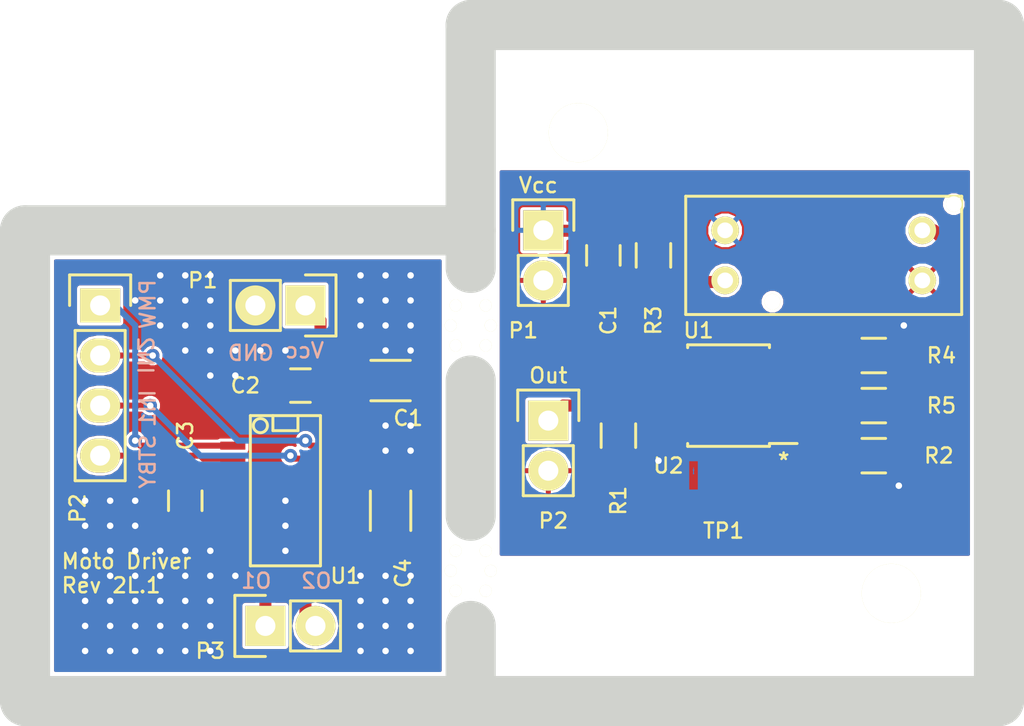
<source format=kicad_pcb>
(kicad_pcb (version 4) (host pcbnew 0.201506222247+5806~23~ubuntu14.04.1-product)

  (general
    (links 50)
    (no_connects 1)
    (area 123.316999 74.675999 176.206241 111.506001)
    (thickness 1.6)
    (drawings 40)
    (tracks 283)
    (zones 0)
    (modules 23)
    (nets 16)
  )

  (page A4)
  (layers
    (0 F.Cu signal)
    (31 B.Cu signal)
    (32 B.Adhes user)
    (33 F.Adhes user)
    (34 B.Paste user)
    (35 F.Paste user)
    (36 B.SilkS user)
    (37 F.SilkS user)
    (38 B.Mask user)
    (39 F.Mask user)
    (40 Dwgs.User user)
    (41 Cmts.User user)
    (42 Eco1.User user)
    (43 Eco2.User user)
    (44 Edge.Cuts user)
    (45 Margin user)
    (46 B.CrtYd user)
    (47 F.CrtYd user)
    (48 B.Fab user)
    (49 F.Fab user)
  )

  (setup
    (last_trace_width 0.1524)
    (user_trace_width 0.3048)
    (user_trace_width 0.6096)
    (user_trace_width 0.3048)
    (user_trace_width 0.6096)
    (user_trace_width 0.3048)
    (user_trace_width 0.6096)
    (user_trace_width 0.3048)
    (user_trace_width 0.6096)
    (user_trace_width 0.3048)
    (user_trace_width 0.6096)
    (trace_clearance 0.1524)
    (zone_clearance 0.1524)
    (zone_45_only no)
    (trace_min 0.1524)
    (segment_width 0.1)
    (edge_width 2.54)
    (via_size 0.6858)
    (via_drill 0.3302)
    (via_min_size 0.6858)
    (via_min_drill 0.3302)
    (uvia_size 0.3)
    (uvia_drill 0.1)
    (uvias_allowed no)
    (uvia_min_size 0)
    (uvia_min_drill 0)
    (pcb_text_width 0.3)
    (pcb_text_size 1.5 1.5)
    (mod_edge_width 0.127)
    (mod_text_size 0.762 0.762)
    (mod_text_width 0.127)
    (pad_size 1.5 1.5)
    (pad_drill 0.6)
    (pad_to_mask_clearance 0)
    (aux_axis_origin 0 0)
    (visible_elements FFFEFF7F)
    (pcbplotparams
      (layerselection 0x010fc_80000001)
      (usegerberextensions true)
      (excludeedgelayer true)
      (linewidth 0.100000)
      (plotframeref false)
      (viasonmask false)
      (mode 1)
      (useauxorigin false)
      (hpglpennumber 1)
      (hpglpenspeed 20)
      (hpglpendiameter 15)
      (hpglpenoverlay 2)
      (psnegative false)
      (psa4output false)
      (plotreference true)
      (plotvalue true)
      (plotinvisibletext false)
      (padsonsilk false)
      (subtractmaskfromsilk true)
      (outputformat 1)
      (mirror false)
      (drillshape 0)
      (scaleselection 1)
      (outputdirectory /home/steve/pcbs/GoGoGo/CombinedView/combo_gerbers/))
  )

  (net 0 "")
  (net 1 VCC)
  (net 2 GND)
  (net 3 /Output)
  (net 4 /OptoOut)
  (net 5 "Net-(R3-Pad1)")
  (net 6 "Net-(R4-Pad2)")
  (net 7 "Net-(U2-Pad5)")
  (net 8 "Net-(C1-Pad1)")
  (net 9 /VM)
  (net 10 /PMW)
  (net 11 /IN2)
  (net 12 /IN1)
  (net 13 /STBY)
  (net 14 /O1)
  (net 15 /O2)

  (net_class Default "This is the default net class."
    (clearance 0.1524)
    (trace_width 0.1524)
    (via_dia 0.6858)
    (via_drill 0.3302)
    (uvia_dia 0.3)
    (uvia_drill 0.1)
    (add_net /IN1)
    (add_net /IN2)
    (add_net /O1)
    (add_net /O2)
    (add_net /OptoOut)
    (add_net /Output)
    (add_net /PMW)
    (add_net /STBY)
    (add_net /VM)
    (add_net GND)
    (add_net "Net-(C1-Pad1)")
    (add_net "Net-(R3-Pad1)")
    (add_net "Net-(R4-Pad2)")
    (add_net "Net-(U2-Pad5)")
    (add_net VCC)
  )

  (module Gogogo-footprints:MouseBite (layer F.Cu) (tedit 5592E8E8) (tstamp 5592E96E)
    (at 146.431 102.616)
    (fp_text reference REF** (at 0 3.556) (layer F.SilkS) hide
      (effects (font (size 1 1) (thickness 0.15)))
    )
    (fp_text value MouseBite (at 0 -1.524) (layer F.Fab) hide
      (effects (font (size 1 1) (thickness 0.15)))
    )
    (pad "" np_thru_hole circle (at 0 0) (size 0.6096 0.6096) (drill 0.6096) (layers *.Cu *.Mask F.SilkS))
    (pad "" np_thru_hole circle (at -0.254 1.016) (size 0.6096 0.6096) (drill 0.6096) (layers *.Cu *.Mask F.SilkS))
    (pad "" np_thru_hole circle (at 0 2.032) (size 0.6096 0.6096) (drill 0.6096) (layers *.Cu *.Mask F.SilkS))
    (pad "" np_thru_hole circle (at 1.778 1.016) (size 0.6096 0.6096) (drill 0.6096) (layers *.Cu *.Mask F.SilkS))
    (pad "" np_thru_hole circle (at 1.524 0) (size 0.6096 0.6096) (drill 0.6096) (layers *.Cu *.Mask F.SilkS))
    (pad "" np_thru_hole circle (at 1.524 2.032) (size 0.6096 0.6096) (drill 0.6096) (layers *.Cu *.Mask F.SilkS))
  )

  (module Capacitors_SMD:C_0805_HandSoldering (layer F.Cu) (tedit 55900DBB) (tstamp 55900479)
    (at 153.924 87.63 270)
    (descr "Capacitor SMD 0805, hand soldering")
    (tags "capacitor 0805")
    (path /5590040D)
    (attr smd)
    (fp_text reference C1 (at 3.302 -0.254 270) (layer F.SilkS)
      (effects (font (size 0.762 0.762) (thickness 0.127)))
    )
    (fp_text value C (at 0 2.1 270) (layer F.Fab)
      (effects (font (size 0.762 0.762) (thickness 0.127)))
    )
    (fp_line (start -2.3 -1) (end 2.3 -1) (layer F.CrtYd) (width 0.05))
    (fp_line (start -2.3 1) (end 2.3 1) (layer F.CrtYd) (width 0.05))
    (fp_line (start -2.3 -1) (end -2.3 1) (layer F.CrtYd) (width 0.05))
    (fp_line (start 2.3 -1) (end 2.3 1) (layer F.CrtYd) (width 0.05))
    (fp_line (start 0.5 -0.85) (end -0.5 -0.85) (layer F.SilkS) (width 0.15))
    (fp_line (start -0.5 0.85) (end 0.5 0.85) (layer F.SilkS) (width 0.15))
    (pad 1 smd rect (at -1.25 0 270) (size 1.5 1.25) (layers F.Cu F.Paste F.Mask)
      (net 1 VCC))
    (pad 2 smd rect (at 1.25 0 270) (size 1.5 1.25) (layers F.Cu F.Paste F.Mask)
      (net 2 GND))
    (model Capacitors_SMD.3dshapes/C_0805_HandSoldering.wrl
      (at (xyz 0 0 0))
      (scale (xyz 1 1 1))
      (rotate (xyz 0 0 0))
    )
  )

  (module Pin_Headers:Pin_Header_Straight_1x02 (layer F.Cu) (tedit 55900E2D) (tstamp 5590047F)
    (at 150.876 86.36)
    (descr "Through hole pin header")
    (tags "pin header")
    (path /558FFB0D)
    (fp_text reference P1 (at -1.016 5.08) (layer F.SilkS)
      (effects (font (size 0.762 0.762) (thickness 0.127)))
    )
    (fp_text value PWR (at 0 -3.1) (layer F.Fab)
      (effects (font (size 0.762 0.762) (thickness 0.127)))
    )
    (fp_line (start 1.27 1.27) (end 1.27 3.81) (layer F.SilkS) (width 0.15))
    (fp_line (start 1.55 -1.55) (end 1.55 0) (layer F.SilkS) (width 0.15))
    (fp_line (start -1.75 -1.75) (end -1.75 4.3) (layer F.CrtYd) (width 0.05))
    (fp_line (start 1.75 -1.75) (end 1.75 4.3) (layer F.CrtYd) (width 0.05))
    (fp_line (start -1.75 -1.75) (end 1.75 -1.75) (layer F.CrtYd) (width 0.05))
    (fp_line (start -1.75 4.3) (end 1.75 4.3) (layer F.CrtYd) (width 0.05))
    (fp_line (start 1.27 1.27) (end -1.27 1.27) (layer F.SilkS) (width 0.15))
    (fp_line (start -1.55 0) (end -1.55 -1.55) (layer F.SilkS) (width 0.15))
    (fp_line (start -1.55 -1.55) (end 1.55 -1.55) (layer F.SilkS) (width 0.15))
    (fp_line (start -1.27 1.27) (end -1.27 3.81) (layer F.SilkS) (width 0.15))
    (fp_line (start -1.27 3.81) (end 1.27 3.81) (layer F.SilkS) (width 0.15))
    (pad 1 thru_hole rect (at 0 0) (size 2.032 2.032) (drill 1.016) (layers *.Cu *.Mask F.SilkS)
      (net 1 VCC))
    (pad 2 thru_hole oval (at 0 2.54) (size 2.032 2.032) (drill 1.016) (layers *.Cu *.Mask F.SilkS)
      (net 2 GND))
    (model Pin_Headers.3dshapes/Pin_Header_Straight_1x02.wrl
      (at (xyz 0 -0.05 0))
      (scale (xyz 1 1 1))
      (rotate (xyz 0 0 90))
    )
  )

  (module Pin_Headers:Pin_Header_Straight_1x02 (layer F.Cu) (tedit 55900DFF) (tstamp 55900485)
    (at 151.13 96.012)
    (descr "Through hole pin header")
    (tags "pin header")
    (path /558FFA04)
    (fp_text reference P2 (at 0.254 5.08 180) (layer F.SilkS)
      (effects (font (size 0.762 0.762) (thickness 0.127)))
    )
    (fp_text value Out (at 0 -3.1) (layer F.Fab)
      (effects (font (size 0.762 0.762) (thickness 0.127)))
    )
    (fp_line (start 1.27 1.27) (end 1.27 3.81) (layer F.SilkS) (width 0.15))
    (fp_line (start 1.55 -1.55) (end 1.55 0) (layer F.SilkS) (width 0.15))
    (fp_line (start -1.75 -1.75) (end -1.75 4.3) (layer F.CrtYd) (width 0.05))
    (fp_line (start 1.75 -1.75) (end 1.75 4.3) (layer F.CrtYd) (width 0.05))
    (fp_line (start -1.75 -1.75) (end 1.75 -1.75) (layer F.CrtYd) (width 0.05))
    (fp_line (start -1.75 4.3) (end 1.75 4.3) (layer F.CrtYd) (width 0.05))
    (fp_line (start 1.27 1.27) (end -1.27 1.27) (layer F.SilkS) (width 0.15))
    (fp_line (start -1.55 0) (end -1.55 -1.55) (layer F.SilkS) (width 0.15))
    (fp_line (start -1.55 -1.55) (end 1.55 -1.55) (layer F.SilkS) (width 0.15))
    (fp_line (start -1.27 1.27) (end -1.27 3.81) (layer F.SilkS) (width 0.15))
    (fp_line (start -1.27 3.81) (end 1.27 3.81) (layer F.SilkS) (width 0.15))
    (pad 1 thru_hole rect (at 0 0) (size 2.032 2.032) (drill 1.016) (layers *.Cu *.Mask F.SilkS)
      (net 3 /Output))
    (pad 2 thru_hole oval (at 0 2.54) (size 2.032 2.032) (drill 1.016) (layers *.Cu *.Mask F.SilkS)
      (net 2 GND))
    (model Pin_Headers.3dshapes/Pin_Header_Straight_1x02.wrl
      (at (xyz 0 -0.05 0))
      (scale (xyz 1 1 1))
      (rotate (xyz 0 0 90))
    )
  )

  (module Resistors_SMD:R_0805_HandSoldering (layer F.Cu) (tedit 55900DF8) (tstamp 5590048B)
    (at 154.686 96.774 90)
    (descr "Resistor SMD 0805, hand soldering")
    (tags "resistor 0805")
    (path /558FF72A)
    (attr smd)
    (fp_text reference R1 (at -3.302 0 90) (layer F.SilkS)
      (effects (font (size 0.762 0.762) (thickness 0.127)))
    )
    (fp_text value 1K (at 0 2.1 90) (layer F.Fab)
      (effects (font (size 0.762 0.762) (thickness 0.127)))
    )
    (fp_line (start -2.4 -1) (end 2.4 -1) (layer F.CrtYd) (width 0.05))
    (fp_line (start -2.4 1) (end 2.4 1) (layer F.CrtYd) (width 0.05))
    (fp_line (start -2.4 -1) (end -2.4 1) (layer F.CrtYd) (width 0.05))
    (fp_line (start 2.4 -1) (end 2.4 1) (layer F.CrtYd) (width 0.05))
    (fp_line (start 0.6 0.875) (end -0.6 0.875) (layer F.SilkS) (width 0.15))
    (fp_line (start -0.6 -0.875) (end 0.6 -0.875) (layer F.SilkS) (width 0.15))
    (pad 1 smd rect (at -1.35 0 90) (size 1.5 1.3) (layers F.Cu F.Paste F.Mask)
      (net 1 VCC))
    (pad 2 smd rect (at 1.35 0 90) (size 1.5 1.3) (layers F.Cu F.Paste F.Mask)
      (net 3 /Output))
    (model Resistors_SMD.3dshapes/R_0805_HandSoldering.wrl
      (at (xyz 0 0 0))
      (scale (xyz 1 1 1))
      (rotate (xyz 0 0 0))
    )
  )

  (module Resistors_SMD:R_0805_HandSoldering (layer F.Cu) (tedit 55900C9B) (tstamp 55900491)
    (at 167.64 97.79 180)
    (descr "Resistor SMD 0805, hand soldering")
    (tags "resistor 0805")
    (path /558FF53C)
    (attr smd)
    (fp_text reference R2 (at -3.302 0 180) (layer F.SilkS)
      (effects (font (size 0.762 0.762) (thickness 0.127)))
    )
    (fp_text value 1K (at 0 2.1 180) (layer F.Fab)
      (effects (font (size 0.762 0.762) (thickness 0.127)))
    )
    (fp_line (start -2.4 -1) (end 2.4 -1) (layer F.CrtYd) (width 0.05))
    (fp_line (start -2.4 1) (end 2.4 1) (layer F.CrtYd) (width 0.05))
    (fp_line (start -2.4 -1) (end -2.4 1) (layer F.CrtYd) (width 0.05))
    (fp_line (start 2.4 -1) (end 2.4 1) (layer F.CrtYd) (width 0.05))
    (fp_line (start 0.6 0.875) (end -0.6 0.875) (layer F.SilkS) (width 0.15))
    (fp_line (start -0.6 -0.875) (end 0.6 -0.875) (layer F.SilkS) (width 0.15))
    (pad 1 smd rect (at -1.35 0 180) (size 1.5 1.3) (layers F.Cu F.Paste F.Mask)
      (net 1 VCC))
    (pad 2 smd rect (at 1.35 0 180) (size 1.5 1.3) (layers F.Cu F.Paste F.Mask)
      (net 4 /OptoOut))
    (model Resistors_SMD.3dshapes/R_0805_HandSoldering.wrl
      (at (xyz 0 0 0))
      (scale (xyz 1 1 1))
      (rotate (xyz 0 0 0))
    )
  )

  (module Resistors_SMD:R_0805_HandSoldering (layer F.Cu) (tedit 55900E41) (tstamp 55900497)
    (at 156.464 87.63 90)
    (descr "Resistor SMD 0805, hand soldering")
    (tags "resistor 0805")
    (path /558FF5EA)
    (attr smd)
    (fp_text reference R3 (at -3.302 0 90) (layer F.SilkS)
      (effects (font (size 0.762 0.762) (thickness 0.127)))
    )
    (fp_text value 100 (at 0 2.1 90) (layer F.Fab)
      (effects (font (size 0.762 0.762) (thickness 0.127)))
    )
    (fp_line (start -2.4 -1) (end 2.4 -1) (layer F.CrtYd) (width 0.05))
    (fp_line (start -2.4 1) (end 2.4 1) (layer F.CrtYd) (width 0.05))
    (fp_line (start -2.4 -1) (end -2.4 1) (layer F.CrtYd) (width 0.05))
    (fp_line (start 2.4 -1) (end 2.4 1) (layer F.CrtYd) (width 0.05))
    (fp_line (start 0.6 0.875) (end -0.6 0.875) (layer F.SilkS) (width 0.15))
    (fp_line (start -0.6 -0.875) (end 0.6 -0.875) (layer F.SilkS) (width 0.15))
    (pad 1 smd rect (at -1.35 0 90) (size 1.5 1.3) (layers F.Cu F.Paste F.Mask)
      (net 5 "Net-(R3-Pad1)"))
    (pad 2 smd rect (at 1.35 0 90) (size 1.5 1.3) (layers F.Cu F.Paste F.Mask)
      (net 2 GND))
    (model Resistors_SMD.3dshapes/R_0805_HandSoldering.wrl
      (at (xyz 0 0 0))
      (scale (xyz 1 1 1))
      (rotate (xyz 0 0 0))
    )
  )

  (module Resistors_SMD:R_0805_HandSoldering (layer F.Cu) (tedit 5590085E) (tstamp 5590049D)
    (at 167.64 92.71 180)
    (descr "Resistor SMD 0805, hand soldering")
    (tags "resistor 0805")
    (path /558FF7D1)
    (attr smd)
    (fp_text reference R4 (at -3.429 0 180) (layer F.SilkS)
      (effects (font (size 0.762 0.762) (thickness 0.127)))
    )
    (fp_text value 1K (at 0 2.1 180) (layer F.Fab)
      (effects (font (size 0.762 0.762) (thickness 0.127)))
    )
    (fp_line (start -2.4 -1) (end 2.4 -1) (layer F.CrtYd) (width 0.05))
    (fp_line (start -2.4 1) (end 2.4 1) (layer F.CrtYd) (width 0.05))
    (fp_line (start -2.4 -1) (end -2.4 1) (layer F.CrtYd) (width 0.05))
    (fp_line (start 2.4 -1) (end 2.4 1) (layer F.CrtYd) (width 0.05))
    (fp_line (start 0.6 0.875) (end -0.6 0.875) (layer F.SilkS) (width 0.15))
    (fp_line (start -0.6 -0.875) (end 0.6 -0.875) (layer F.SilkS) (width 0.15))
    (pad 1 smd rect (at -1.35 0 180) (size 1.5 1.3) (layers F.Cu F.Paste F.Mask)
      (net 1 VCC))
    (pad 2 smd rect (at 1.35 0 180) (size 1.5 1.3) (layers F.Cu F.Paste F.Mask)
      (net 6 "Net-(R4-Pad2)"))
    (model Resistors_SMD.3dshapes/R_0805_HandSoldering.wrl
      (at (xyz 0 0 0))
      (scale (xyz 1 1 1))
      (rotate (xyz 0 0 0))
    )
  )

  (module Resistors_SMD:R_0805_HandSoldering (layer F.Cu) (tedit 5590086A) (tstamp 559004A3)
    (at 167.64 95.25)
    (descr "Resistor SMD 0805, hand soldering")
    (tags "resistor 0805")
    (path /558FF837)
    (attr smd)
    (fp_text reference R5 (at 3.429 0) (layer F.SilkS)
      (effects (font (size 0.762 0.762) (thickness 0.127)))
    )
    (fp_text value 1K (at 0 2.1) (layer F.Fab)
      (effects (font (size 0.762 0.762) (thickness 0.127)))
    )
    (fp_line (start -2.4 -1) (end 2.4 -1) (layer F.CrtYd) (width 0.05))
    (fp_line (start -2.4 1) (end 2.4 1) (layer F.CrtYd) (width 0.05))
    (fp_line (start -2.4 -1) (end -2.4 1) (layer F.CrtYd) (width 0.05))
    (fp_line (start 2.4 -1) (end 2.4 1) (layer F.CrtYd) (width 0.05))
    (fp_line (start 0.6 0.875) (end -0.6 0.875) (layer F.SilkS) (width 0.15))
    (fp_line (start -0.6 -0.875) (end 0.6 -0.875) (layer F.SilkS) (width 0.15))
    (pad 1 smd rect (at -1.35 0) (size 1.5 1.3) (layers F.Cu F.Paste F.Mask)
      (net 6 "Net-(R4-Pad2)"))
    (pad 2 smd rect (at 1.35 0) (size 1.5 1.3) (layers F.Cu F.Paste F.Mask)
      (net 2 GND))
    (model Resistors_SMD.3dshapes/R_0805_HandSoldering.wrl
      (at (xyz 0 0 0))
      (scale (xyz 1 1 1))
      (rotate (xyz 0 0 0))
    )
  )

  (module Measurement_Points:Measurement_Point_Round-SMD-Pad_Big (layer F.Cu) (tedit 55900C97) (tstamp 559004A8)
    (at 162.56 100.33)
    (descr "Mesurement Point, Round, SMD Pad, DM 3mm,")
    (tags "Mesurement Point, Round, SMD Pad, DM 3mm,")
    (path /558FF94A)
    (fp_text reference TP1 (at -2.54 1.27) (layer F.SilkS)
      (effects (font (size 0.762 0.762) (thickness 0.127)))
    )
    (fp_text value OptoOut (at 2.54 3.81) (layer F.Fab)
      (effects (font (size 0.762 0.762) (thickness 0.127)))
    )
    (pad 1 smd circle (at 0 0) (size 2.99974 2.99974) (layers F.Cu F.Paste F.Mask)
      (net 4 /OptoOut))
  )

  (module Gogogo-Footprint:RPI-579N1 (layer F.Cu) (tedit 55900E46) (tstamp 559004B6)
    (at 165.1 87.63 180)
    (path /558FF4A8)
    (fp_text reference U1 (at 6.35 -3.81 180) (layer F.SilkS)
      (effects (font (size 0.762 0.762) (thickness 0.127)))
    )
    (fp_text value RPI-579N1 (at -0.07874 -3.8862 180) (layer F.Fab)
      (effects (font (size 0.762 0.762) (thickness 0.127)))
    )
    (fp_line (start -7 -3) (end 7 -3) (layer F.SilkS) (width 0.15))
    (fp_line (start 7 -3) (end 7 3) (layer F.SilkS) (width 0.15))
    (fp_line (start 7 3) (end -7 3) (layer F.SilkS) (width 0.15))
    (fp_line (start -7 3) (end -7 -3) (layer F.SilkS) (width 0.15))
    (pad "" np_thru_hole circle (at -6.6 2.6 180) (size 0.8 0.8) (drill 0.8) (layers *.Cu *.Mask F.SilkS))
    (pad "" np_thru_hole circle (at 2.6 -2.35 180) (size 0.8 0.8) (drill 0.8) (layers *.Cu *.Mask F.SilkS))
    (pad 3 thru_hole circle (at -5 -1.27 180) (size 1.4 1.4) (drill 0.8) (layers *.Cu *.Mask F.SilkS)
      (net 2 GND))
    (pad 4 thru_hole circle (at -5 1.27 180) (size 1.4 1.4) (drill 0.8) (layers *.Cu *.Mask F.SilkS)
      (net 4 /OptoOut))
    (pad 2 thru_hole circle (at 5 -1.27 180) (size 1.4 1.4) (drill 0.8) (layers *.Cu *.Mask F.SilkS)
      (net 5 "Net-(R3-Pad1)"))
    (pad 1 thru_hole circle (at 5 1.27 180) (size 1.4 1.4) (drill 0.8) (layers *.Cu *.Mask F.SilkS)
      (net 1 VCC))
  )

  (module Housings_SOIC:SOIC-8_3.9x4.9mm_Pitch1.27mm (layer F.Cu) (tedit 55900C9F) (tstamp 559004C2)
    (at 160.274 94.742 180)
    (descr "8-Lead Plastic Small Outline (SN) - Narrow, 3.90 mm Body [SOIC] (see Microchip Packaging Specification 00000049BS.pdf)")
    (tags "SOIC 1.27")
    (path /558FF69C)
    (attr smd)
    (fp_text reference U2 (at 3.048 -3.556 180) (layer F.SilkS)
      (effects (font (size 0.762 0.762) (thickness 0.127)))
    )
    (fp_text value LM311N (at 0 3.5 180) (layer F.Fab)
      (effects (font (size 0.762 0.762) (thickness 0.127)))
    )
    (fp_line (start -3.75 -2.75) (end -3.75 2.75) (layer F.CrtYd) (width 0.05))
    (fp_line (start 3.75 -2.75) (end 3.75 2.75) (layer F.CrtYd) (width 0.05))
    (fp_line (start -3.75 -2.75) (end 3.75 -2.75) (layer F.CrtYd) (width 0.05))
    (fp_line (start -3.75 2.75) (end 3.75 2.75) (layer F.CrtYd) (width 0.05))
    (fp_line (start -2.075 -2.575) (end -2.075 -2.43) (layer F.SilkS) (width 0.15))
    (fp_line (start 2.075 -2.575) (end 2.075 -2.43) (layer F.SilkS) (width 0.15))
    (fp_line (start 2.075 2.575) (end 2.075 2.43) (layer F.SilkS) (width 0.15))
    (fp_line (start -2.075 2.575) (end -2.075 2.43) (layer F.SilkS) (width 0.15))
    (fp_line (start -2.075 -2.575) (end 2.075 -2.575) (layer F.SilkS) (width 0.15))
    (fp_line (start -2.075 2.575) (end 2.075 2.575) (layer F.SilkS) (width 0.15))
    (fp_line (start -2.075 -2.43) (end -3.475 -2.43) (layer F.SilkS) (width 0.15))
    (pad 1 smd rect (at -2.7 -1.905 180) (size 1.55 0.6) (layers F.Cu F.Paste F.Mask)
      (net 2 GND))
    (pad 2 smd rect (at -2.7 -0.635 180) (size 1.55 0.6) (layers F.Cu F.Paste F.Mask)
      (net 4 /OptoOut))
    (pad 3 smd rect (at -2.7 0.635 180) (size 1.55 0.6) (layers F.Cu F.Paste F.Mask)
      (net 6 "Net-(R4-Pad2)"))
    (pad 4 smd rect (at -2.7 1.905 180) (size 1.55 0.6) (layers F.Cu F.Paste F.Mask)
      (net 2 GND))
    (pad 5 smd rect (at 2.7 1.905 180) (size 1.55 0.6) (layers F.Cu F.Paste F.Mask)
      (net 7 "Net-(U2-Pad5)"))
    (pad 6 smd rect (at 2.7 0.635 180) (size 1.55 0.6) (layers F.Cu F.Paste F.Mask)
      (net 7 "Net-(U2-Pad5)"))
    (pad 7 smd rect (at 2.7 -0.635 180) (size 1.55 0.6) (layers F.Cu F.Paste F.Mask)
      (net 3 /Output))
    (pad 8 smd rect (at 2.7 -1.905 180) (size 1.55 0.6) (layers F.Cu F.Paste F.Mask)
      (net 1 VCC))
    (model Housings_SOIC.3dshapes/SOIC-8_3.9x4.9mm_Pitch1.27mm.wrl
      (at (xyz 0 0 0))
      (scale (xyz 1 1 1))
      (rotate (xyz 0 0 0))
    )
  )

  (module Gogogo-Footprint:MountingHole-3mm (layer F.Cu) (tedit 55901274) (tstamp 559011DA)
    (at 152.654 81.407)
    (fp_text reference REF** (at -0.00254 5.69976) (layer F.SilkS) hide
      (effects (font (size 1 1) (thickness 0.15)))
    )
    (fp_text value MountingHole-3mm (at -0.00254 -4.98856) (layer F.Fab) hide
      (effects (font (size 1 1) (thickness 0.15)))
    )
    (pad "" np_thru_hole circle (at 0 0) (size 3 3) (drill 3) (layers *.Cu *.Mask F.SilkS))
  )

  (module Gogogo-Footprint:MountingHole-3mm (layer F.Cu) (tedit 55901274) (tstamp 559011E3)
    (at 168.529 104.775)
    (fp_text reference REF** (at -0.00254 5.69976) (layer F.SilkS) hide
      (effects (font (size 1 1) (thickness 0.15)))
    )
    (fp_text value MountingHole-3mm (at -0.00254 -4.98856) (layer F.Fab) hide
      (effects (font (size 1 1) (thickness 0.15)))
    )
    (pad "" np_thru_hole circle (at 0 0) (size 3 3) (drill 3) (layers *.Cu *.Mask F.SilkS))
  )

  (module Capacitors_SMD:C_0805 (layer F.Cu) (tedit 55804878) (tstamp 557F28DE)
    (at 138.557 94.234 180)
    (descr "Capacitor SMD 0805, reflow soldering, AVX (see smccp.pdf)")
    (tags "capacitor 0805")
    (path /557F258E)
    (attr smd)
    (fp_text reference C1 (at -5.461 -1.651 180) (layer F.SilkS)
      (effects (font (size 0.762 0.762) (thickness 0.127)))
    )
    (fp_text value 1u (at 0 2.1 180) (layer F.Fab)
      (effects (font (size 0.762 0.762) (thickness 0.127)))
    )
    (fp_line (start -1.8 -1) (end 1.8 -1) (layer F.CrtYd) (width 0.05))
    (fp_line (start -1.8 1) (end 1.8 1) (layer F.CrtYd) (width 0.05))
    (fp_line (start -1.8 -1) (end -1.8 1) (layer F.CrtYd) (width 0.05))
    (fp_line (start 1.8 -1) (end 1.8 1) (layer F.CrtYd) (width 0.05))
    (fp_line (start 0.5 -0.85) (end -0.5 -0.85) (layer F.SilkS) (width 0.15))
    (fp_line (start -0.5 0.85) (end 0.5 0.85) (layer F.SilkS) (width 0.15))
    (pad 1 smd rect (at -1 0 180) (size 1 1.25) (layers F.Cu F.Paste F.Mask)
      (net 8 "Net-(C1-Pad1)"))
    (pad 2 smd rect (at 1 0 180) (size 1 1.25) (layers F.Cu F.Paste F.Mask)
      (net 2 GND))
    (model Capacitors_SMD.3dshapes/C_0805.wrl
      (at (xyz 0 0 0))
      (scale (xyz 1 1 1))
      (rotate (xyz 0 0 0))
    )
  )

  (module Capacitors_SMD:C_1206 (layer F.Cu) (tedit 55804874) (tstamp 557F28E4)
    (at 143.129 93.98)
    (descr "Capacitor SMD 1206, reflow soldering, AVX (see smccp.pdf)")
    (tags "capacitor 1206")
    (path /557F25B1)
    (attr smd)
    (fp_text reference C2 (at -7.366 0.254) (layer F.SilkS)
      (effects (font (size 0.762 0.762) (thickness 0.127)))
    )
    (fp_text value 10u (at 0 2.3) (layer F.Fab)
      (effects (font (size 0.762 0.762) (thickness 0.127)))
    )
    (fp_line (start -2.3 -1.15) (end 2.3 -1.15) (layer F.CrtYd) (width 0.05))
    (fp_line (start -2.3 1.15) (end 2.3 1.15) (layer F.CrtYd) (width 0.05))
    (fp_line (start -2.3 -1.15) (end -2.3 1.15) (layer F.CrtYd) (width 0.05))
    (fp_line (start 2.3 -1.15) (end 2.3 1.15) (layer F.CrtYd) (width 0.05))
    (fp_line (start 1 -1.025) (end -1 -1.025) (layer F.SilkS) (width 0.15))
    (fp_line (start -1 1.025) (end 1 1.025) (layer F.SilkS) (width 0.15))
    (pad 1 smd rect (at -1.5 0) (size 1 1.6) (layers F.Cu F.Paste F.Mask)
      (net 8 "Net-(C1-Pad1)"))
    (pad 2 smd rect (at 1.5 0) (size 1 1.6) (layers F.Cu F.Paste F.Mask)
      (net 2 GND))
    (model Capacitors_SMD.3dshapes/C_1206.wrl
      (at (xyz 0 0 0))
      (scale (xyz 1 1 1))
      (rotate (xyz 0 0 0))
    )
  )

  (module Capacitors_SMD:C_0805 (layer F.Cu) (tedit 557F29F8) (tstamp 557F28EA)
    (at 132.715 100.076 270)
    (descr "Capacitor SMD 0805, reflow soldering, AVX (see smccp.pdf)")
    (tags "capacitor 0805")
    (path /557F25CA)
    (attr smd)
    (fp_text reference C3 (at -3.302 0 270) (layer F.SilkS)
      (effects (font (size 0.762 0.762) (thickness 0.127)))
    )
    (fp_text value 1u (at 0 2.1 270) (layer F.Fab)
      (effects (font (size 0.762 0.762) (thickness 0.127)))
    )
    (fp_line (start -1.8 -1) (end 1.8 -1) (layer F.CrtYd) (width 0.05))
    (fp_line (start -1.8 1) (end 1.8 1) (layer F.CrtYd) (width 0.05))
    (fp_line (start -1.8 -1) (end -1.8 1) (layer F.CrtYd) (width 0.05))
    (fp_line (start 1.8 -1) (end 1.8 1) (layer F.CrtYd) (width 0.05))
    (fp_line (start 0.5 -0.85) (end -0.5 -0.85) (layer F.SilkS) (width 0.15))
    (fp_line (start -0.5 0.85) (end 0.5 0.85) (layer F.SilkS) (width 0.15))
    (pad 1 smd rect (at -1 0 270) (size 1 1.25) (layers F.Cu F.Paste F.Mask)
      (net 9 /VM))
    (pad 2 smd rect (at 1 0 270) (size 1 1.25) (layers F.Cu F.Paste F.Mask)
      (net 2 GND))
    (model Capacitors_SMD.3dshapes/C_0805.wrl
      (at (xyz 0 0 0))
      (scale (xyz 1 1 1))
      (rotate (xyz 0 0 0))
    )
  )

  (module Capacitors_SMD:C_1206 (layer F.Cu) (tedit 55804AA2) (tstamp 557F28F0)
    (at 143.129 100.584 270)
    (descr "Capacitor SMD 1206, reflow soldering, AVX (see smccp.pdf)")
    (tags "capacitor 1206")
    (path /557F25F4)
    (attr smd)
    (fp_text reference C4 (at 3.175 -0.635 270) (layer F.SilkS)
      (effects (font (size 0.762 0.762) (thickness 0.127)))
    )
    (fp_text value 10u (at 0 2.3 270) (layer F.Fab)
      (effects (font (size 0.762 0.762) (thickness 0.127)))
    )
    (fp_line (start -2.3 -1.15) (end 2.3 -1.15) (layer F.CrtYd) (width 0.05))
    (fp_line (start -2.3 1.15) (end 2.3 1.15) (layer F.CrtYd) (width 0.05))
    (fp_line (start -2.3 -1.15) (end -2.3 1.15) (layer F.CrtYd) (width 0.05))
    (fp_line (start 2.3 -1.15) (end 2.3 1.15) (layer F.CrtYd) (width 0.05))
    (fp_line (start 1 -1.025) (end -1 -1.025) (layer F.SilkS) (width 0.15))
    (fp_line (start -1 1.025) (end 1 1.025) (layer F.SilkS) (width 0.15))
    (pad 1 smd rect (at -1.5 0 270) (size 1 1.6) (layers F.Cu F.Paste F.Mask)
      (net 9 /VM))
    (pad 2 smd rect (at 1.5 0 270) (size 1 1.6) (layers F.Cu F.Paste F.Mask)
      (net 2 GND))
    (model Capacitors_SMD.3dshapes/C_1206.wrl
      (at (xyz 0 0 0))
      (scale (xyz 1 1 1))
      (rotate (xyz 0 0 0))
    )
  )

  (module Pin_Headers:Pin_Header_Straight_1x02 (layer F.Cu) (tedit 55804AAE) (tstamp 557F28F6)
    (at 138.811 90.17 270)
    (descr "Through hole pin header")
    (tags "pin header")
    (path /557F28EB)
    (fp_text reference P1 (at -1.27 5.207 360) (layer F.SilkS)
      (effects (font (size 0.762 0.762) (thickness 0.127)))
    )
    (fp_text value Vcc (at 0 -3.1 270) (layer F.Fab)
      (effects (font (size 0.762 0.762) (thickness 0.127)))
    )
    (fp_line (start 1.27 1.27) (end 1.27 3.81) (layer F.SilkS) (width 0.15))
    (fp_line (start 1.55 -1.55) (end 1.55 0) (layer F.SilkS) (width 0.15))
    (fp_line (start -1.75 -1.75) (end -1.75 4.3) (layer F.CrtYd) (width 0.05))
    (fp_line (start 1.75 -1.75) (end 1.75 4.3) (layer F.CrtYd) (width 0.05))
    (fp_line (start -1.75 -1.75) (end 1.75 -1.75) (layer F.CrtYd) (width 0.05))
    (fp_line (start -1.75 4.3) (end 1.75 4.3) (layer F.CrtYd) (width 0.05))
    (fp_line (start 1.27 1.27) (end -1.27 1.27) (layer F.SilkS) (width 0.15))
    (fp_line (start -1.55 0) (end -1.55 -1.55) (layer F.SilkS) (width 0.15))
    (fp_line (start -1.55 -1.55) (end 1.55 -1.55) (layer F.SilkS) (width 0.15))
    (fp_line (start -1.27 1.27) (end -1.27 3.81) (layer F.SilkS) (width 0.15))
    (fp_line (start -1.27 3.81) (end 1.27 3.81) (layer F.SilkS) (width 0.15))
    (pad 1 thru_hole rect (at 0 0 270) (size 2.032 2.032) (drill 1.016) (layers *.Cu *.Mask F.SilkS)
      (net 8 "Net-(C1-Pad1)"))
    (pad 2 thru_hole oval (at 0 2.54 270) (size 2.032 2.032) (drill 1.016) (layers *.Cu *.Mask F.SilkS)
      (net 2 GND))
    (model Pin_Headers.3dshapes/Pin_Header_Straight_1x02.wrl
      (at (xyz 0 -0.05 0))
      (scale (xyz 1 1 1))
      (rotate (xyz 0 0 90))
    )
  )

  (module Pin_Headers:Pin_Header_Straight_1x04 (layer F.Cu) (tedit 55804AAB) (tstamp 557F28FE)
    (at 128.397 90.17)
    (descr "Through hole pin header")
    (tags "pin header")
    (path /557F2B6D)
    (fp_text reference P2 (at -1.143 10.287 90) (layer F.SilkS)
      (effects (font (size 0.762 0.762) (thickness 0.127)))
    )
    (fp_text value Input (at 0 -3.1) (layer F.Fab)
      (effects (font (size 0.762 0.762) (thickness 0.127)))
    )
    (fp_line (start -1.75 -1.75) (end -1.75 9.4) (layer F.CrtYd) (width 0.05))
    (fp_line (start 1.75 -1.75) (end 1.75 9.4) (layer F.CrtYd) (width 0.05))
    (fp_line (start -1.75 -1.75) (end 1.75 -1.75) (layer F.CrtYd) (width 0.05))
    (fp_line (start -1.75 9.4) (end 1.75 9.4) (layer F.CrtYd) (width 0.05))
    (fp_line (start -1.27 1.27) (end -1.27 8.89) (layer F.SilkS) (width 0.15))
    (fp_line (start 1.27 1.27) (end 1.27 8.89) (layer F.SilkS) (width 0.15))
    (fp_line (start 1.55 -1.55) (end 1.55 0) (layer F.SilkS) (width 0.15))
    (fp_line (start -1.27 8.89) (end 1.27 8.89) (layer F.SilkS) (width 0.15))
    (fp_line (start 1.27 1.27) (end -1.27 1.27) (layer F.SilkS) (width 0.15))
    (fp_line (start -1.55 0) (end -1.55 -1.55) (layer F.SilkS) (width 0.15))
    (fp_line (start -1.55 -1.55) (end 1.55 -1.55) (layer F.SilkS) (width 0.15))
    (pad 1 thru_hole rect (at 0 0) (size 2.032 1.7272) (drill 1.016) (layers *.Cu *.Mask F.SilkS)
      (net 10 /PMW))
    (pad 2 thru_hole oval (at 0 2.54) (size 2.032 1.7272) (drill 1.016) (layers *.Cu *.Mask F.SilkS)
      (net 11 /IN2))
    (pad 3 thru_hole oval (at 0 5.08) (size 2.032 1.7272) (drill 1.016) (layers *.Cu *.Mask F.SilkS)
      (net 12 /IN1))
    (pad 4 thru_hole oval (at 0 7.62) (size 2.032 1.7272) (drill 1.016) (layers *.Cu *.Mask F.SilkS)
      (net 13 /STBY))
    (model Pin_Headers.3dshapes/Pin_Header_Straight_1x04.wrl
      (at (xyz 0 -0.15 0))
      (scale (xyz 1 1 1))
      (rotate (xyz 0 0 90))
    )
  )

  (module Pin_Headers:Pin_Header_Straight_1x02 (layer F.Cu) (tedit 55804AA0) (tstamp 557F2904)
    (at 136.779 106.426 90)
    (descr "Through hole pin header")
    (tags "pin header")
    (path /557F29DF)
    (fp_text reference P3 (at -1.27 -2.794 180) (layer F.SilkS)
      (effects (font (size 0.762 0.762) (thickness 0.127)))
    )
    (fp_text value Output (at 0 -3.1 90) (layer F.Fab)
      (effects (font (size 0.762 0.762) (thickness 0.127)))
    )
    (fp_line (start 1.27 1.27) (end 1.27 3.81) (layer F.SilkS) (width 0.15))
    (fp_line (start 1.55 -1.55) (end 1.55 0) (layer F.SilkS) (width 0.15))
    (fp_line (start -1.75 -1.75) (end -1.75 4.3) (layer F.CrtYd) (width 0.05))
    (fp_line (start 1.75 -1.75) (end 1.75 4.3) (layer F.CrtYd) (width 0.05))
    (fp_line (start -1.75 -1.75) (end 1.75 -1.75) (layer F.CrtYd) (width 0.05))
    (fp_line (start -1.75 4.3) (end 1.75 4.3) (layer F.CrtYd) (width 0.05))
    (fp_line (start 1.27 1.27) (end -1.27 1.27) (layer F.SilkS) (width 0.15))
    (fp_line (start -1.55 0) (end -1.55 -1.55) (layer F.SilkS) (width 0.15))
    (fp_line (start -1.55 -1.55) (end 1.55 -1.55) (layer F.SilkS) (width 0.15))
    (fp_line (start -1.27 1.27) (end -1.27 3.81) (layer F.SilkS) (width 0.15))
    (fp_line (start -1.27 3.81) (end 1.27 3.81) (layer F.SilkS) (width 0.15))
    (pad 1 thru_hole rect (at 0 0 90) (size 2.032 2.032) (drill 1.016) (layers *.Cu *.Mask F.SilkS)
      (net 14 /O1))
    (pad 2 thru_hole oval (at 0 2.54 90) (size 2.032 2.032) (drill 1.016) (layers *.Cu *.Mask F.SilkS)
      (net 15 /O2))
    (model Pin_Headers.3dshapes/Pin_Header_Straight_1x02.wrl
      (at (xyz 0 -0.05 0))
      (scale (xyz 1 1 1))
      (rotate (xyz 0 0 90))
    )
  )

  (module SMD_Packages:SSOP-20 (layer F.Cu) (tedit 55804ABE) (tstamp 557F291C)
    (at 137.795 99.568 270)
    (descr "SSOP 20 pins")
    (tags "CMS SSOP SMD")
    (path /557F2557)
    (attr smd)
    (fp_text reference U1 (at 4.318 -3.048 360) (layer F.SilkS)
      (effects (font (size 0.762 0.762) (thickness 0.127)))
    )
    (fp_text value TB6593FNG (at 0 0.635 270) (layer F.Fab)
      (effects (font (size 0.762 0.762) (thickness 0.127)))
    )
    (fp_line (start 3.81 -1.778) (end -3.81 -1.778) (layer F.SilkS) (width 0.15))
    (fp_line (start -3.81 1.778) (end 3.81 1.778) (layer F.SilkS) (width 0.15))
    (fp_line (start 3.81 -1.778) (end 3.81 1.778) (layer F.SilkS) (width 0.15))
    (fp_line (start -3.81 1.778) (end -3.81 -1.778) (layer F.SilkS) (width 0.15))
    (fp_circle (center -3.302 1.27) (end -3.556 1.016) (layer F.SilkS) (width 0.15))
    (fp_line (start -3.81 -0.635) (end -3.048 -0.635) (layer F.SilkS) (width 0.15))
    (fp_line (start -3.048 -0.635) (end -3.048 0.635) (layer F.SilkS) (width 0.15))
    (fp_line (start -3.048 0.635) (end -3.81 0.635) (layer F.SilkS) (width 0.15))
    (pad 1 smd rect (at -2.921 2.667 270) (size 0.4064 1.27) (layers F.Cu F.Paste F.Mask)
      (net 2 GND))
    (pad 2 smd rect (at -2.286 2.667 270) (size 0.4064 1.27) (layers F.Cu F.Paste F.Mask)
      (net 10 /PMW))
    (pad 3 smd rect (at -1.6256 2.667 270) (size 0.4064 1.27) (layers F.Cu F.Paste F.Mask)
      (net 13 /STBY))
    (pad 4 smd rect (at -0.9652 2.667 270) (size 0.4064 1.27) (layers F.Cu F.Paste F.Mask)
      (net 9 /VM))
    (pad 5 smd rect (at -0.3302 2.667 270) (size 0.4064 1.27) (layers F.Cu F.Paste F.Mask)
      (net 9 /VM))
    (pad 6 smd rect (at 0.3302 2.667 270) (size 0.4064 1.27) (layers F.Cu F.Paste F.Mask)
      (net 14 /O1))
    (pad 7 smd rect (at 0.9906 2.667 270) (size 0.4064 1.27) (layers F.Cu F.Paste F.Mask)
      (net 14 /O1))
    (pad 8 smd rect (at 1.6256 2.667 270) (size 0.4064 1.27) (layers F.Cu F.Paste F.Mask)
      (net 2 GND))
    (pad 9 smd rect (at 2.286 2.667 270) (size 0.4064 1.27) (layers F.Cu F.Paste F.Mask)
      (net 2 GND))
    (pad 10 smd rect (at 2.921 2.667 270) (size 0.4064 1.27) (layers F.Cu F.Paste F.Mask)
      (net 2 GND))
    (pad 11 smd rect (at 2.921 -2.667 270) (size 0.4064 1.27) (layers F.Cu F.Paste F.Mask)
      (net 2 GND))
    (pad 12 smd rect (at 2.286 -2.667 270) (size 0.4064 1.27) (layers F.Cu F.Paste F.Mask)
      (net 2 GND))
    (pad 13 smd rect (at 1.6256 -2.667 270) (size 0.4064 1.27) (layers F.Cu F.Paste F.Mask)
      (net 2 GND))
    (pad 14 smd rect (at 0.9906 -2.667 270) (size 0.4064 1.27) (layers F.Cu F.Paste F.Mask)
      (net 15 /O2))
    (pad 15 smd rect (at 0.3302 -2.667 270) (size 0.4064 1.27) (layers F.Cu F.Paste F.Mask)
      (net 15 /O2))
    (pad 16 smd rect (at -0.3302 -2.667 270) (size 0.4064 1.27) (layers F.Cu F.Paste F.Mask)
      (net 9 /VM))
    (pad 17 smd rect (at -0.9652 -2.667 270) (size 0.4064 1.27) (layers F.Cu F.Paste F.Mask)
      (net 9 /VM))
    (pad 18 smd rect (at -1.6256 -2.667 270) (size 0.4064 1.27) (layers F.Cu F.Paste F.Mask)
      (net 12 /IN1))
    (pad 19 smd rect (at -2.286 -2.667 270) (size 0.4064 1.27) (layers F.Cu F.Paste F.Mask)
      (net 11 /IN2))
    (pad 20 smd rect (at -2.921 -2.667 270) (size 0.4064 1.27) (layers F.Cu F.Paste F.Mask)
      (net 8 "Net-(C1-Pad1)"))
    (model SMD_Packages.3dshapes/SSOP-20.wrl
      (at (xyz 0 0 0))
      (scale (xyz 0.255 0.33 0.3))
      (rotate (xyz 0 0 0))
    )
  )

  (module Gogogo-footprints:MouseBite (layer F.Cu) (tedit 5592E8E8) (tstamp 5592E945)
    (at 146.431 90.17)
    (fp_text reference REF** (at 0 3.556) (layer F.SilkS) hide
      (effects (font (size 1 1) (thickness 0.15)))
    )
    (fp_text value MouseBite (at 0 -1.524) (layer F.Fab) hide
      (effects (font (size 1 1) (thickness 0.15)))
    )
    (pad "" np_thru_hole circle (at 0 0) (size 0.6096 0.6096) (drill 0.6096) (layers *.Cu *.Mask F.SilkS))
    (pad "" np_thru_hole circle (at -0.254 1.016) (size 0.6096 0.6096) (drill 0.6096) (layers *.Cu *.Mask F.SilkS))
    (pad "" np_thru_hole circle (at 0 2.032) (size 0.6096 0.6096) (drill 0.6096) (layers *.Cu *.Mask F.SilkS))
    (pad "" np_thru_hole circle (at 1.778 1.016) (size 0.6096 0.6096) (drill 0.6096) (layers *.Cu *.Mask F.SilkS))
    (pad "" np_thru_hole circle (at 1.524 0) (size 0.6096 0.6096) (drill 0.6096) (layers *.Cu *.Mask F.SilkS))
    (pad "" np_thru_hole circle (at 1.524 2.032) (size 0.6096 0.6096) (drill 0.6096) (layers *.Cu *.Mask F.SilkS))
  )

  (gr_line (start 147.193 106.426) (end 147.193 110.236) (angle 90) (layer Edge.Cuts) (width 2.54))
  (gr_line (start 147.193 93.98) (end 147.193 100.838) (angle 90) (layer Edge.Cuts) (width 2.54))
  (gr_line (start 147.193 86.36) (end 147.193 88.265) (angle 90) (layer Edge.Cuts) (width 2.54))
  (gr_line (start 147.193 75.946) (end 147.193 86.36) (angle 90) (layer Edge.Cuts) (width 2.54))
  (gr_line (start 124.587 86.36) (end 147.066 86.36) (angle 90) (layer Edge.Cuts) (width 2.54))
  (gr_line (start 124.587 110.236) (end 124.587 86.36) (angle 90) (layer Edge.Cuts) (width 2.54))
  (gr_line (start 147.193 110.236) (end 124.587 110.236) (angle 90) (layer Edge.Cuts) (width 2.54))
  (gr_line (start 173.99 110.236) (end 147.193 110.236) (angle 90) (layer Edge.Cuts) (width 2.54))
  (gr_line (start 173.99 75.946) (end 173.99 110.236) (angle 90) (layer Edge.Cuts) (width 2.54))
  (gr_line (start 147.193 75.946) (end 173.99 75.946) (angle 90) (layer Edge.Cuts) (width 2.54))
  (gr_line (start 174.371 75.946) (end 174.498 75.946) (angle 90) (layer Edge.Cuts) (width 0.1))
  (gr_line (start 148.463 108.966) (end 172.72 108.966) (angle 90) (layer Eco1.User) (width 0.1))
  (gr_line (start 148.463 108.966) (end 148.463 77.216) (angle 90) (layer Eco1.User) (width 0.1))
  (gr_line (start 172.72 77.216) (end 172.72 108.966) (angle 90) (layer Eco1.User) (width 0.1))
  (gr_line (start 148.463 77.216) (end 172.72 77.216) (angle 90) (layer Eco1.User) (width 0.1))
  (gr_line (start 172.72 108.966) (end 168.529 108.966) (angle 90) (layer Eco1.User) (width 0.1))
  (gr_line (start 172.72 104.775) (end 172.72 108.966) (angle 90) (layer Eco1.User) (width 0.1))
  (gr_line (start 148.463 77.216) (end 148.463 81.407) (angle 90) (layer Eco1.User) (width 0.1))
  (gr_line (start 152.654 77.216) (end 148.463 77.216) (angle 90) (layer Eco1.User) (width 0.1))
  (gr_line (start 152.654 81.407) (end 148.463 81.407) (angle 90) (layer Eco1.User) (width 0.1) (tstamp 55901697))
  (gr_line (start 172.72 104.775) (end 168.529 104.775) (angle 90) (layer Eco1.User) (width 0.1))
  (gr_line (start 152.654 81.407) (end 152.654 77.216) (angle 90) (layer Eco1.User) (width 0.1))
  (gr_line (start 168.529 104.775) (end 168.529 108.966) (angle 90) (layer Eco1.User) (width 0.1))
  (gr_text Vcc (at 150.622 84.074) (layer F.SilkS)
    (effects (font (size 0.762 0.762) (thickness 0.127)))
  )
  (gr_text "Out\n" (at 151.13 93.726) (layer F.SilkS)
    (effects (font (size 0.762 0.762) (thickness 0.127)))
  )
  (gr_text * (at 163.068 98.044) (layer F.SilkS)
    (effects (font (size 0.762 0.762) (thickness 0.127)) (justify mirror))
  )
  (gr_text * (at 158.496 98.806) (layer B.Cu)
    (effects (font (size 0.762 0.127) (thickness 0.03175)) (justify mirror))
  )
  (gr_text "Moto Driver \nRev 2L.1" (at 126.365 103.759) (layer F.SilkS)
    (effects (font (size 0.762 0.762) (thickness 0.127)) (justify left))
  )
  (gr_text GND (at 137.287 92.583) (layer B.SilkS)
    (effects (font (size 0.762 0.762) (thickness 0.127)) (justify left mirror))
  )
  (gr_text Vcc (at 139.827 92.456) (layer B.SilkS)
    (effects (font (size 0.762 0.762) (thickness 0.127)) (justify left mirror))
  )
  (gr_text O2 (at 140.208 104.14) (layer B.SilkS)
    (effects (font (size 0.762 0.762) (thickness 0.127)) (justify left mirror))
  )
  (gr_text O1 (at 137.16 104.14) (layer B.SilkS)
    (effects (font (size 0.762 0.762) (thickness 0.127)) (justify left mirror))
  )
  (gr_text STBY (at 130.81 96.647 90) (layer B.SilkS)
    (effects (font (size 0.762 0.762) (thickness 0.127)) (justify left mirror))
  )
  (gr_text IN1 (at 130.81 94.361 90) (layer B.SilkS)
    (effects (font (size 0.762 0.762) (thickness 0.127)) (justify left mirror))
  )
  (gr_text IN2 (at 130.683 93.726 270) (layer B.SilkS)
    (effects (font (size 0.762 0.762) (thickness 0.127)) (justify left mirror))
  )
  (gr_text PMW (at 130.81 88.773 90) (layer B.SilkS)
    (effects (font (size 0.762 0.762) (thickness 0.127)) (justify left mirror))
  )
  (gr_line (start 125.857 108.966) (end 125.857 87.63) (angle 90) (layer Eco1.User) (width 0.1))
  (gr_line (start 145.923 108.966) (end 125.857 108.966) (angle 90) (layer Eco1.User) (width 0.1))
  (gr_line (start 145.923 87.63) (end 145.923 108.966) (angle 90) (layer Eco1.User) (width 0.1))
  (gr_line (start 125.857 87.63) (end 145.923 87.63) (angle 90) (layer Eco1.User) (width 0.1))

  (segment (start 153.924 86.38) (end 150.896 86.38) (width 0.6096) (layer F.Cu) (net 1))
  (segment (start 150.896 86.38) (end 150.876 86.36) (width 0.6096) (layer F.Cu) (net 1) (tstamp 55900FB5))
  (segment (start 168.99 97.79) (end 168.99 99.234) (width 0.6096) (layer F.Cu) (net 1))
  (via (at 168.91 99.314) (size 0.6858) (drill 0.3302) (layers F.Cu B.Cu) (net 1))
  (segment (start 168.99 99.234) (end 168.91 99.314) (width 0.6096) (layer F.Cu) (net 1) (tstamp 55900FA8))
  (segment (start 168.99 92.71) (end 168.99 91.36) (width 0.6096) (layer F.Cu) (net 1))
  (via (at 169.164 91.186) (size 0.6858) (drill 0.3302) (layers F.Cu B.Cu) (net 1))
  (segment (start 168.99 91.36) (end 169.164 91.186) (width 0.6096) (layer F.Cu) (net 1) (tstamp 55900F94))
  (segment (start 168.99 97.79) (end 170.18 97.79) (width 0.6096) (layer F.Cu) (net 1))
  (segment (start 170.688 94.408) (end 168.99 92.71) (width 0.6096) (layer F.Cu) (net 1) (tstamp 55900F7D))
  (segment (start 170.688 97.282) (end 170.688 94.408) (width 0.6096) (layer F.Cu) (net 1) (tstamp 55900F71))
  (segment (start 170.18 97.79) (end 170.688 97.282) (width 0.6096) (layer F.Cu) (net 1) (tstamp 55900F6D))
  (segment (start 156.718 98.044) (end 157.226 98.044) (width 0.6096) (layer F.Cu) (net 1))
  (segment (start 156.638 98.124) (end 156.718 98.044) (width 0.6096) (layer F.Cu) (net 1) (tstamp 55900F52))
  (via (at 156.718 98.044) (size 0.6858) (drill 0.3302) (layers F.Cu B.Cu) (net 1))
  (segment (start 154.686 98.124) (end 156.638 98.124) (width 0.6096) (layer F.Cu) (net 1))
  (segment (start 157.226 98.044) (end 157.574 97.696) (width 0.6096) (layer F.Cu) (net 1) (tstamp 55900F56))
  (segment (start 157.574 97.696) (end 157.574 96.647) (width 0.6096) (layer F.Cu) (net 1) (tstamp 55900F57))
  (via (at 144.145 88.646) (size 0.6858) (layers F.Cu B.Cu) (net 2))
  (segment (start 144.145 89.916) (end 144.145 88.646) (width 0.3048) (layer B.Cu) (net 2) (tstamp 55804BA6))
  (via (at 144.145 89.916) (size 0.6858) (layers F.Cu B.Cu) (net 2))
  (segment (start 144.145 91.186) (end 144.145 89.916) (width 0.3048) (layer F.Cu) (net 2) (tstamp 55804BA3))
  (via (at 144.145 91.186) (size 0.6858) (layers F.Cu B.Cu) (net 2))
  (segment (start 144.145 92.456) (end 144.145 91.186) (width 0.3048) (layer B.Cu) (net 2) (tstamp 55804BA0))
  (via (at 144.145 92.456) (size 0.6858) (layers F.Cu B.Cu) (net 2))
  (segment (start 142.875 92.456) (end 144.145 92.456) (width 0.3048) (layer F.Cu) (net 2) (tstamp 55804B9D))
  (via (at 142.875 92.456) (size 0.6858) (layers F.Cu B.Cu) (net 2))
  (segment (start 142.875 91.186) (end 142.875 92.456) (width 0.3048) (layer B.Cu) (net 2) (tstamp 55804B9A))
  (via (at 142.875 91.186) (size 0.6858) (layers F.Cu B.Cu) (net 2))
  (segment (start 142.875 89.916) (end 142.875 91.186) (width 0.3048) (layer F.Cu) (net 2) (tstamp 55804B97))
  (via (at 142.875 89.916) (size 0.6858) (layers F.Cu B.Cu) (net 2))
  (segment (start 142.875 88.646) (end 142.875 89.916) (width 0.3048) (layer B.Cu) (net 2) (tstamp 55804B94))
  (via (at 142.875 88.646) (size 0.6858) (layers F.Cu B.Cu) (net 2))
  (segment (start 141.605 88.646) (end 142.875 88.646) (width 0.3048) (layer F.Cu) (net 2) (tstamp 55804B91))
  (via (at 141.605 88.646) (size 0.6858) (layers F.Cu B.Cu) (net 2))
  (segment (start 141.605 89.916) (end 141.605 88.646) (width 0.3048) (layer B.Cu) (net 2) (tstamp 55804B8E))
  (via (at 141.605 89.916) (size 0.6858) (layers F.Cu B.Cu) (net 2))
  (segment (start 141.605 91.186) (end 141.605 89.916) (width 0.3048) (layer F.Cu) (net 2) (tstamp 55804B8B))
  (via (at 141.605 91.186) (size 0.6858) (layers F.Cu B.Cu) (net 2))
  (segment (start 140.335 92.456) (end 141.605 91.186) (width 0.3048) (layer B.Cu) (net 2) (tstamp 55804B84))
  (segment (start 137.795 92.456) (end 140.335 92.456) (width 0.3048) (layer B.Cu) (net 2) (tstamp 55804B83))
  (via (at 137.795 92.456) (size 0.6858) (layers F.Cu B.Cu) (net 2))
  (segment (start 136.525 92.456) (end 137.795 92.456) (width 0.3048) (layer F.Cu) (net 2) (tstamp 55804B80))
  (via (at 136.525 92.456) (size 0.6858) (layers F.Cu B.Cu) (net 2))
  (segment (start 135.255 92.456) (end 136.525 92.456) (width 0.3048) (layer B.Cu) (net 2) (tstamp 55804B7D))
  (via (at 135.255 92.456) (size 0.6858) (layers F.Cu B.Cu) (net 2))
  (segment (start 135.255 93.726) (end 135.255 92.456) (width 0.3048) (layer F.Cu) (net 2) (tstamp 55804B7A))
  (via (at 135.255 93.726) (size 0.6858) (layers F.Cu B.Cu) (net 2))
  (segment (start 133.985 93.726) (end 135.255 93.726) (width 0.3048) (layer B.Cu) (net 2) (tstamp 55804B77))
  (via (at 133.985 93.726) (size 0.6858) (layers F.Cu B.Cu) (net 2))
  (segment (start 133.985 92.456) (end 133.985 93.726) (width 0.3048) (layer F.Cu) (net 2) (tstamp 55804B74))
  (via (at 133.985 92.456) (size 0.6858) (layers F.Cu B.Cu) (net 2))
  (segment (start 132.715 92.456) (end 133.985 92.456) (width 0.3048) (layer B.Cu) (net 2) (tstamp 55804B71))
  (via (at 132.715 92.456) (size 0.6858) (layers F.Cu B.Cu) (net 2))
  (segment (start 131.445 91.186) (end 132.715 92.456) (width 0.3048) (layer F.Cu) (net 2) (tstamp 55804B6E))
  (via (at 131.445 91.186) (size 0.6858) (layers F.Cu B.Cu) (net 2))
  (segment (start 132.715 91.186) (end 131.445 91.186) (width 0.3048) (layer B.Cu) (net 2) (tstamp 55804B6B))
  (via (at 132.715 91.186) (size 0.6858) (layers F.Cu B.Cu) (net 2))
  (segment (start 133.985 91.186) (end 132.715 91.186) (width 0.3048) (layer F.Cu) (net 2) (tstamp 55804B68))
  (via (at 133.985 91.186) (size 0.6858) (layers F.Cu B.Cu) (net 2))
  (segment (start 133.985 89.916) (end 133.985 91.186) (width 0.3048) (layer B.Cu) (net 2) (tstamp 55804B65))
  (via (at 133.985 89.916) (size 0.6858) (layers F.Cu B.Cu) (net 2))
  (segment (start 132.715 89.916) (end 133.985 89.916) (width 0.3048) (layer F.Cu) (net 2) (tstamp 55804B62))
  (via (at 132.715 89.916) (size 0.6858) (layers F.Cu B.Cu) (net 2))
  (segment (start 131.445 89.916) (end 132.715 89.916) (width 0.3048) (layer B.Cu) (net 2) (tstamp 55804B5F))
  (via (at 131.445 89.916) (size 0.6858) (layers F.Cu B.Cu) (net 2))
  (segment (start 130.175 89.916) (end 131.445 89.916) (width 0.3048) (layer F.Cu) (net 2) (tstamp 55804B5C))
  (via (at 130.175 89.916) (size 0.6858) (layers F.Cu B.Cu) (net 2))
  (segment (start 131.445 88.646) (end 130.175 89.916) (width 0.3048) (layer B.Cu) (net 2) (tstamp 55804B59))
  (via (at 131.445 88.646) (size 0.6858) (layers F.Cu B.Cu) (net 2))
  (segment (start 132.715 88.646) (end 131.445 88.646) (width 0.3048) (layer F.Cu) (net 2) (tstamp 55804B56))
  (via (at 132.715 88.646) (size 0.6858) (layers F.Cu B.Cu) (net 2))
  (segment (start 133.985 88.646) (end 132.715 88.646) (width 0.3048) (layer B.Cu) (net 2) (tstamp 55804B53))
  (via (at 133.985 88.646) (size 0.6858) (layers F.Cu B.Cu) (net 2))
  (segment (start 135.509 90.17) (end 133.985 88.646) (width 0.3048) (layer F.Cu) (net 2) (tstamp 55804B4C))
  (segment (start 136.271 90.17) (end 135.509 90.17) (width 0.3048) (layer F.Cu) (net 2))
  (segment (start 144.629 95.782) (end 144.145 96.266) (width 0.3048) (layer F.Cu) (net 2) (tstamp 55804BAB))
  (via (at 144.145 96.266) (size 0.6858) (layers F.Cu B.Cu) (net 2))
  (segment (start 144.145 96.266) (end 142.875 96.266) (width 0.3048) (layer B.Cu) (net 2) (tstamp 55804BAD))
  (via (at 142.875 96.266) (size 0.6858) (layers F.Cu B.Cu) (net 2))
  (segment (start 142.875 96.266) (end 142.875 97.536) (width 0.3048) (layer F.Cu) (net 2) (tstamp 55804BB0))
  (via (at 142.875 97.536) (size 0.6858) (layers F.Cu B.Cu) (net 2))
  (segment (start 142.875 97.536) (end 144.145 97.536) (width 0.3048) (layer B.Cu) (net 2) (tstamp 55804BB3))
  (via (at 144.145 97.536) (size 0.6858) (layers F.Cu B.Cu) (net 2))
  (segment (start 144.629 93.98) (end 144.629 95.782) (width 0.3048) (layer F.Cu) (net 2))
  (segment (start 143.129 102.87) (end 144.145 103.886) (width 0.3048) (layer F.Cu) (net 2) (tstamp 55804BB8))
  (via (at 144.145 103.886) (size 0.6858) (layers F.Cu B.Cu) (net 2))
  (segment (start 144.145 103.886) (end 144.145 105.156) (width 0.3048) (layer B.Cu) (net 2) (tstamp 55804BBA))
  (via (at 144.145 105.156) (size 0.6858) (layers F.Cu B.Cu) (net 2))
  (segment (start 144.145 105.156) (end 144.145 106.426) (width 0.3048) (layer F.Cu) (net 2) (tstamp 55804BBD))
  (via (at 144.145 106.426) (size 0.6858) (layers F.Cu B.Cu) (net 2))
  (segment (start 144.145 106.426) (end 144.145 107.696) (width 0.3048) (layer B.Cu) (net 2) (tstamp 55804BC0))
  (via (at 144.145 107.696) (size 0.6858) (layers F.Cu B.Cu) (net 2))
  (segment (start 144.145 107.696) (end 142.875 107.696) (width 0.3048) (layer F.Cu) (net 2) (tstamp 55804BC3))
  (via (at 142.875 107.696) (size 0.6858) (layers F.Cu B.Cu) (net 2))
  (segment (start 142.875 107.696) (end 142.875 106.426) (width 0.3048) (layer B.Cu) (net 2) (tstamp 55804BC6))
  (via (at 142.875 106.426) (size 0.6858) (layers F.Cu B.Cu) (net 2))
  (segment (start 142.875 106.426) (end 142.875 105.156) (width 0.3048) (layer F.Cu) (net 2) (tstamp 55804BC9))
  (via (at 142.875 105.156) (size 0.6858) (layers F.Cu B.Cu) (net 2))
  (segment (start 142.875 105.156) (end 142.875 103.886) (width 0.3048) (layer B.Cu) (net 2) (tstamp 55804BCC))
  (via (at 142.875 103.886) (size 0.6858) (layers F.Cu B.Cu) (net 2))
  (segment (start 142.875 103.886) (end 141.605 103.886) (width 0.3048) (layer F.Cu) (net 2) (tstamp 55804BCF))
  (via (at 141.605 103.886) (size 0.6858) (layers F.Cu B.Cu) (net 2))
  (segment (start 141.605 103.886) (end 141.605 105.156) (width 0.3048) (layer B.Cu) (net 2) (tstamp 55804BD2))
  (via (at 141.605 105.156) (size 0.6858) (layers F.Cu B.Cu) (net 2))
  (segment (start 141.605 105.156) (end 141.605 106.426) (width 0.3048) (layer F.Cu) (net 2) (tstamp 55804BD5))
  (via (at 141.605 106.426) (size 0.6858) (layers F.Cu B.Cu) (net 2))
  (segment (start 141.605 106.426) (end 141.605 107.696) (width 0.3048) (layer B.Cu) (net 2) (tstamp 55804BD8))
  (via (at 141.605 107.696) (size 0.6858) (layers F.Cu B.Cu) (net 2))
  (segment (start 143.129 102.084) (end 143.129 102.87) (width 0.3048) (layer F.Cu) (net 2))
  (via (at 137.795 100.076) (size 0.6858) (layers F.Cu B.Cu) (net 2))
  (segment (start 137.795 101.346) (end 137.795 100.076) (width 0.1524) (layer B.Cu) (net 2) (tstamp 55804BF4))
  (via (at 137.795 101.346) (size 0.6858) (layers F.Cu B.Cu) (net 2))
  (segment (start 137.795 102.616) (end 137.795 101.346) (width 0.1524) (layer F.Cu) (net 2) (tstamp 55804BF1))
  (via (at 137.795 102.616) (size 0.6858) (layers F.Cu B.Cu) (net 2))
  (segment (start 136.525 102.616) (end 137.795 102.616) (width 0.1524) (layer B.Cu) (net 2) (tstamp 55804BE6))
  (segment (start 135.255 103.886) (end 136.525 102.616) (width 0.1524) (layer B.Cu) (net 2) (tstamp 55804BE5))
  (via (at 135.255 103.886) (size 0.6858) (layers F.Cu B.Cu) (net 2))
  (segment (start 133.985 103.886) (end 135.255 103.886) (width 0.1524) (layer F.Cu) (net 2) (tstamp 55804BE2))
  (via (at 133.985 103.886) (size 0.6858) (layers F.Cu B.Cu) (net 2))
  (segment (start 133.985 102.616) (end 133.985 103.886) (width 0.1524) (layer B.Cu) (net 2) (tstamp 55804BDF))
  (via (at 133.985 102.616) (size 0.6858) (layers F.Cu B.Cu) (net 2))
  (segment (start 132.715 101.346) (end 133.985 102.616) (width 0.1524) (layer F.Cu) (net 2) (tstamp 55804BDD))
  (segment (start 132.715 101.076) (end 132.715 101.346) (width 0.1524) (layer F.Cu) (net 2))
  (segment (start 133.985 105.156) (end 133.985 103.886) (width 0.1524) (layer F.Cu) (net 2))
  (segment (start 127.635 107.696) (end 128.905 107.696) (width 0.1524) (layer B.Cu) (net 2) (tstamp 55804C67))
  (via (at 128.905 107.696) (size 0.6858) (layers F.Cu B.Cu) (net 2))
  (segment (start 130.175 107.696) (end 128.905 107.696) (width 0.1524) (layer F.Cu) (net 2) (tstamp 55804C64))
  (via (at 130.175 107.696) (size 0.6858) (layers F.Cu B.Cu) (net 2))
  (segment (start 131.445 107.696) (end 130.175 107.696) (width 0.1524) (layer B.Cu) (net 2) (tstamp 55804C61))
  (via (at 131.445 107.696) (size 0.6858) (layers F.Cu B.Cu) (net 2))
  (segment (start 131.445 106.426) (end 131.445 107.696) (width 0.1524) (layer F.Cu) (net 2) (tstamp 55804C5E))
  (via (at 131.445 106.426) (size 0.6858) (layers F.Cu B.Cu) (net 2))
  (segment (start 130.175 106.426) (end 131.445 106.426) (width 0.1524) (layer B.Cu) (net 2) (tstamp 55804C5B))
  (via (at 130.175 106.426) (size 0.6858) (layers F.Cu B.Cu) (net 2))
  (segment (start 128.905 106.426) (end 130.175 106.426) (width 0.1524) (layer F.Cu) (net 2) (tstamp 55804C58))
  (via (at 128.905 106.426) (size 0.6858) (layers F.Cu B.Cu) (net 2))
  (segment (start 127.635 106.426) (end 128.905 106.426) (width 0.1524) (layer B.Cu) (net 2) (tstamp 55804C55))
  (via (at 127.635 106.426) (size 0.6858) (layers F.Cu B.Cu) (net 2))
  (segment (start 127.635 105.156) (end 127.635 106.426) (width 0.1524) (layer F.Cu) (net 2) (tstamp 55804C52))
  (via (at 127.635 105.156) (size 0.6858) (layers F.Cu B.Cu) (net 2))
  (segment (start 128.905 105.156) (end 127.635 105.156) (width 0.1524) (layer B.Cu) (net 2) (tstamp 55804C4F))
  (via (at 128.905 105.156) (size 0.6858) (layers F.Cu B.Cu) (net 2))
  (segment (start 130.175 105.156) (end 128.905 105.156) (width 0.1524) (layer F.Cu) (net 2) (tstamp 55804C4C))
  (via (at 130.175 105.156) (size 0.6858) (layers F.Cu B.Cu) (net 2))
  (segment (start 131.445 105.156) (end 130.175 105.156) (width 0.1524) (layer B.Cu) (net 2) (tstamp 55804C49))
  (via (at 131.445 105.156) (size 0.6858) (layers F.Cu B.Cu) (net 2))
  (segment (start 131.445 103.886) (end 131.445 105.156) (width 0.1524) (layer F.Cu) (net 2) (tstamp 55804C46))
  (via (at 131.445 103.886) (size 0.6858) (layers F.Cu B.Cu) (net 2))
  (segment (start 130.175 103.886) (end 131.445 103.886) (width 0.1524) (layer B.Cu) (net 2) (tstamp 55804C43))
  (via (at 130.175 103.886) (size 0.6858) (layers F.Cu B.Cu) (net 2))
  (segment (start 128.905 103.886) (end 130.175 103.886) (width 0.1524) (layer F.Cu) (net 2) (tstamp 55804C40))
  (via (at 128.905 103.886) (size 0.6858) (layers F.Cu B.Cu) (net 2))
  (segment (start 127.635 103.886) (end 128.905 103.886) (width 0.1524) (layer B.Cu) (net 2) (tstamp 55804C3D))
  (via (at 127.635 103.886) (size 0.6858) (layers F.Cu B.Cu) (net 2))
  (segment (start 127.635 102.616) (end 127.635 103.886) (width 0.1524) (layer F.Cu) (net 2) (tstamp 55804C3A))
  (via (at 127.635 102.616) (size 0.6858) (layers F.Cu B.Cu) (net 2))
  (segment (start 128.905 102.616) (end 127.635 102.616) (width 0.1524) (layer B.Cu) (net 2) (tstamp 55804C37))
  (via (at 128.905 102.616) (size 0.6858) (layers F.Cu B.Cu) (net 2))
  (segment (start 128.905 101.346) (end 128.905 102.616) (width 0.1524) (layer F.Cu) (net 2) (tstamp 55804C34))
  (via (at 128.905 101.346) (size 0.6858) (layers F.Cu B.Cu) (net 2))
  (segment (start 127.635 101.346) (end 128.905 101.346) (width 0.1524) (layer B.Cu) (net 2) (tstamp 55804C31))
  (via (at 127.635 101.346) (size 0.6858) (layers F.Cu B.Cu) (net 2))
  (segment (start 127.635 100.076) (end 127.635 101.346) (width 0.1524) (layer F.Cu) (net 2) (tstamp 55804C2E))
  (via (at 127.635 100.076) (size 0.6858) (layers F.Cu B.Cu) (net 2))
  (segment (start 128.905 100.076) (end 127.635 100.076) (width 0.1524) (layer B.Cu) (net 2) (tstamp 55804C2B))
  (via (at 128.905 100.076) (size 0.6858) (layers F.Cu B.Cu) (net 2))
  (segment (start 130.175 100.076) (end 128.905 100.076) (width 0.1524) (layer F.Cu) (net 2) (tstamp 55804C28))
  (via (at 130.175 100.076) (size 0.6858) (layers F.Cu B.Cu) (net 2))
  (segment (start 130.175 101.346) (end 130.175 100.076) (width 0.1524) (layer B.Cu) (net 2) (tstamp 55804C25))
  (via (at 130.175 101.346) (size 0.6858) (layers F.Cu B.Cu) (net 2))
  (segment (start 130.175 102.616) (end 130.175 101.346) (width 0.1524) (layer F.Cu) (net 2) (tstamp 55804C22))
  (via (at 130.175 102.616) (size 0.6858) (layers F.Cu B.Cu) (net 2))
  (segment (start 131.445 102.616) (end 130.175 102.616) (width 0.1524) (layer B.Cu) (net 2) (tstamp 55804C1F))
  (via (at 131.445 102.616) (size 0.6858) (layers F.Cu B.Cu) (net 2))
  (segment (start 132.715 102.616) (end 131.445 102.616) (width 0.1524) (layer F.Cu) (net 2) (tstamp 55804C1C))
  (via (at 132.715 102.616) (size 0.6858) (layers F.Cu B.Cu) (net 2))
  (segment (start 132.715 103.886) (end 132.715 102.616) (width 0.1524) (layer B.Cu) (net 2) (tstamp 55804C19))
  (via (at 132.715 103.886) (size 0.6858) (layers F.Cu B.Cu) (net 2))
  (segment (start 132.715 105.156) (end 132.715 103.886) (width 0.1524) (layer F.Cu) (net 2) (tstamp 55804C16))
  (via (at 132.715 105.156) (size 0.6858) (layers F.Cu B.Cu) (net 2))
  (segment (start 132.715 106.426) (end 132.715 105.156) (width 0.1524) (layer B.Cu) (net 2) (tstamp 55804C13))
  (via (at 132.715 106.426) (size 0.6858) (layers F.Cu B.Cu) (net 2))
  (segment (start 132.715 107.696) (end 132.715 106.426) (width 0.1524) (layer F.Cu) (net 2) (tstamp 55804C10))
  (via (at 132.715 107.696) (size 0.6858) (layers F.Cu B.Cu) (net 2))
  (segment (start 133.985 107.696) (end 132.715 107.696) (width 0.1524) (layer B.Cu) (net 2) (tstamp 55804C0D))
  (via (at 133.985 107.696) (size 0.6858) (layers F.Cu B.Cu) (net 2))
  (segment (start 133.985 106.426) (end 133.985 107.696) (width 0.1524) (layer F.Cu) (net 2) (tstamp 55804C0A))
  (via (at 133.985 106.426) (size 0.6858) (layers F.Cu B.Cu) (net 2))
  (segment (start 133.985 105.156) (end 133.985 106.426) (width 0.1524) (layer B.Cu) (net 2) (tstamp 55804C07))
  (via (at 133.985 105.156) (size 0.6858) (layers F.Cu B.Cu) (net 2))
  (via (at 127.635 107.696) (size 0.6858) (layers F.Cu B.Cu) (net 2))
  (segment (start 157.574 95.377) (end 154.733 95.377) (width 0.6096) (layer F.Cu) (net 3))
  (segment (start 154.733 95.377) (end 154.606 95.25) (width 0.6096) (layer F.Cu) (net 3) (tstamp 55900F3A))
  (segment (start 154.606 95.25) (end 151.892 95.25) (width 0.6096) (layer F.Cu) (net 3) (tstamp 55900F3B))
  (segment (start 151.892 95.25) (end 151.13 96.012) (width 0.6096) (layer F.Cu) (net 3) (tstamp 55900F3C))
  (segment (start 170.1 86.36) (end 170.688 86.36) (width 0.6096) (layer F.Cu) (net 4))
  (segment (start 170.688 86.36) (end 171.704 87.376) (width 0.6096) (layer F.Cu) (net 4) (tstamp 55900F5C))
  (segment (start 170.688 100.33) (end 164.592 100.33) (width 0.6096) (layer F.Cu) (net 4) (tstamp 55900F5F))
  (segment (start 171.704 99.314) (end 170.688 100.33) (width 0.6096) (layer F.Cu) (net 4) (tstamp 55900F5E))
  (segment (start 171.704 87.376) (end 171.704 99.314) (width 0.6096) (layer F.Cu) (net 4) (tstamp 55900F5D))
  (segment (start 170.1 86.36) (end 170.434 86.36) (width 0.6096) (layer F.Cu) (net 4))
  (segment (start 160.655 95.377) (end 162.974 95.377) (width 0.6096) (layer F.Cu) (net 4) (tstamp 55900F31))
  (segment (start 160.274 95.758) (end 160.655 95.377) (width 0.6096) (layer F.Cu) (net 4) (tstamp 55900F30))
  (segment (start 162.56 100.33) (end 164.592 100.33) (width 0.6096) (layer F.Cu) (net 4))
  (segment (start 164.592 100.33) (end 165.354 100.33) (width 0.6096) (layer F.Cu) (net 4) (tstamp 55900F62))
  (segment (start 166.29 99.394) (end 166.29 97.79) (width 0.6096) (layer F.Cu) (net 4) (tstamp 55900F2B))
  (segment (start 165.354 100.33) (end 166.29 99.394) (width 0.6096) (layer F.Cu) (net 4) (tstamp 55900F2A))
  (segment (start 160.274 96.774) (end 160.274 95.758) (width 0.6096) (layer F.Cu) (net 4) (tstamp 55900F2F))
  (segment (start 162.56 100.33) (end 162.56 99.06) (width 0.6096) (layer F.Cu) (net 4))
  (segment (start 162.56 99.06) (end 160.274 96.774) (width 0.6096) (layer F.Cu) (net 4) (tstamp 55900F2E))
  (segment (start 160.02 88.98) (end 160.1 88.9) (width 0.6096) (layer F.Cu) (net 5) (tstamp 55900F46))
  (segment (start 156.464 88.98) (end 160.02 88.98) (width 0.6096) (layer F.Cu) (net 5))
  (segment (start 166.29 95.25) (end 165.608 95.25) (width 0.6096) (layer F.Cu) (net 6))
  (segment (start 165.608 95.25) (end 164.465 94.107) (width 0.6096) (layer F.Cu) (net 6) (tstamp 55900F36))
  (segment (start 164.465 94.107) (end 162.974 94.107) (width 0.6096) (layer F.Cu) (net 6) (tstamp 55900F37))
  (segment (start 166.29 92.71) (end 166.29 95.25) (width 0.6096) (layer F.Cu) (net 6))
  (segment (start 157.574 92.837) (end 157.574 94.107) (width 0.6096) (layer F.Cu) (net 7))
  (segment (start 141.629 94.21) (end 141.629 93.98) (width 0.3048) (layer F.Cu) (net 8) (tstamp 557F306F) (status 30))
  (segment (start 140.462 96.647) (end 141.478 96.647) (width 0.3048) (layer F.Cu) (net 8))
  (segment (start 142.113 94.742) (end 142.113 93.98) (width 0.3048) (layer F.Cu) (net 8) (tstamp 557F3065) (status 20))
  (segment (start 142.113 96.012) (end 142.113 94.742) (width 0.3048) (layer F.Cu) (net 8) (tstamp 557F3064))
  (segment (start 141.478 96.647) (end 142.113 96.012) (width 0.3048) (layer F.Cu) (net 8) (tstamp 557F3062))
  (segment (start 142.113 93.98) (end 141.629 93.98) (width 0.3048) (layer F.Cu) (net 8) (tstamp 557F3066) (status 30))
  (segment (start 139.557 94.234) (end 139.557 93.742) (width 0.6096) (layer F.Cu) (net 8) (status 30))
  (segment (start 139.557 93.742) (end 139.573 92.71) (width 0.6096) (layer F.Cu) (net 8) (tstamp 557F2FF0) (status 10))
  (segment (start 139.573 92.71) (end 139.573 90.932) (width 0.6096) (layer F.Cu) (net 8) (tstamp 557F2FF2))
  (segment (start 139.573 90.932) (end 138.811 90.17) (width 0.6096) (layer F.Cu) (net 8) (tstamp 557F2FF4))
  (segment (start 141.629 93.98) (end 139.811 93.98) (width 0.6096) (layer F.Cu) (net 8) (status 20))
  (segment (start 139.811 93.98) (end 139.557 94.234) (width 0.6096) (layer F.Cu) (net 8) (tstamp 557F2FE4) (status 30))
  (segment (start 139.557 95.996) (end 139.557 94.234) (width 0.3048) (layer F.Cu) (net 8) (tstamp 558048A5))
  (segment (start 140.208 96.647) (end 139.557 95.996) (width 0.3048) (layer F.Cu) (net 8) (tstamp 558048A4))
  (segment (start 140.462 96.647) (end 140.208 96.647) (width 0.3048) (layer F.Cu) (net 8))
  (segment (start 140.462 95.147) (end 141.629 93.98) (width 0.3048) (layer F.Cu) (net 8) (tstamp 558048A8))
  (segment (start 140.462 96.647) (end 140.462 95.147) (width 0.3048) (layer F.Cu) (net 8))
  (segment (start 140.462 99.2378) (end 142.9752 99.2378) (width 0.3048) (layer F.Cu) (net 9))
  (segment (start 142.9752 99.2378) (end 143.129 99.084) (width 0.3048) (layer F.Cu) (net 9) (tstamp 557F336E))
  (segment (start 140.462 98.6028) (end 142.6478 98.6028) (width 0.3048) (layer F.Cu) (net 9))
  (segment (start 142.6478 98.6028) (end 143.129 99.084) (width 0.3048) (layer F.Cu) (net 9) (tstamp 557F336B))
  (segment (start 135.128 99.2378) (end 132.8768 99.2378) (width 0.3048) (layer F.Cu) (net 9))
  (segment (start 132.8768 99.2378) (end 132.715 99.076) (width 0.3048) (layer F.Cu) (net 9) (tstamp 557F3366))
  (segment (start 135.128 98.6028) (end 133.1882 98.6028) (width 0.3048) (layer F.Cu) (net 9))
  (segment (start 133.1882 98.6028) (end 132.715 99.076) (width 0.3048) (layer F.Cu) (net 9) (tstamp 557F3363))
  (segment (start 135.128 99.2378) (end 140.462 99.2378) (width 0.3048) (layer F.Cu) (net 9))
  (segment (start 135.128 98.6028) (end 140.462 98.6028) (width 0.3048) (layer F.Cu) (net 9))
  (segment (start 132.9342 98.8568) (end 132.715 99.076) (width 0.3048) (layer F.Cu) (net 9) (tstamp 557F308B) (status 30))
  (segment (start 130.429 97.282) (end 135.128 97.282) (width 0.3048) (layer F.Cu) (net 10) (tstamp 558045A5))
  (segment (start 130.175 97.028) (end 130.429 97.282) (width 0.3048) (layer F.Cu) (net 10) (tstamp 558045A4))
  (via (at 130.175 97.028) (size 0.6858) (layers F.Cu B.Cu) (net 10))
  (segment (start 130.175 91.186) (end 130.175 97.028) (width 0.3048) (layer B.Cu) (net 10) (tstamp 55804596))
  (segment (start 129.159 90.17) (end 130.175 91.186) (width 0.3048) (layer B.Cu) (net 10) (tstamp 55804593))
  (segment (start 128.397 90.17) (end 129.159 90.17) (width 0.3048) (layer B.Cu) (net 10))
  (via (at 131.064 92.71) (size 0.6858) (layers F.Cu B.Cu) (net 11))
  (segment (start 131.064 92.71) (end 135.382 97.028) (width 0.3048) (layer B.Cu) (net 11) (tstamp 558048D0))
  (segment (start 135.382 97.028) (end 138.811 97.028) (width 0.3048) (layer B.Cu) (net 11) (tstamp 558048D1))
  (via (at 138.811 97.028) (size 0.6858) (layers F.Cu B.Cu) (net 11))
  (segment (start 138.811 97.028) (end 139.065 97.282) (width 0.3048) (layer F.Cu) (net 11) (tstamp 558048D9))
  (segment (start 139.065 97.282) (end 140.462 97.282) (width 0.3048) (layer F.Cu) (net 11) (tstamp 558048DA))
  (segment (start 128.397 92.71) (end 131.064 92.71) (width 0.3048) (layer F.Cu) (net 11))
  (via (at 130.937 95.25) (size 0.6858) (layers F.Cu B.Cu) (net 12))
  (segment (start 130.937 95.25) (end 133.477 97.79) (width 0.3048) (layer B.Cu) (net 12) (tstamp 558048E1))
  (segment (start 133.477 97.79) (end 138.049 97.79) (width 0.3048) (layer B.Cu) (net 12) (tstamp 558048E2))
  (via (at 138.049 97.79) (size 0.6858) (layers F.Cu B.Cu) (net 12))
  (segment (start 138.049 97.79) (end 138.2014 97.9424) (width 0.3048) (layer F.Cu) (net 12) (tstamp 558048EA))
  (segment (start 138.2014 97.9424) (end 140.462 97.9424) (width 0.3048) (layer F.Cu) (net 12) (tstamp 558048EB))
  (segment (start 128.397 95.25) (end 130.937 95.25) (width 0.3048) (layer F.Cu) (net 12))
  (segment (start 128.397 97.79) (end 133.477 97.79) (width 0.3048) (layer F.Cu) (net 13))
  (segment (start 133.6294 97.9424) (end 135.128 97.9424) (width 0.3048) (layer F.Cu) (net 13) (tstamp 557F3378))
  (segment (start 133.477 97.79) (end 133.6294 97.9424) (width 0.3048) (layer F.Cu) (net 13) (tstamp 557F3374))
  (segment (start 128.651 97.536) (end 128.397 97.79) (width 0.3048) (layer F.Cu) (net 13) (tstamp 557F3194))
  (segment (start 135.128 100.5586) (end 135.9916 100.5586) (width 0.3048) (layer F.Cu) (net 14))
  (segment (start 135.9916 100.5586) (end 136.779 101.346) (width 0.3048) (layer F.Cu) (net 14) (tstamp 557F30CC))
  (segment (start 136.779 106.426) (end 136.779 101.346) (width 0.6096) (layer F.Cu) (net 14))
  (segment (start 136.779 101.346) (end 136.779 100.33) (width 0.6096) (layer F.Cu) (net 14) (tstamp 557F30CF))
  (segment (start 136.3472 99.8982) (end 136.779 100.33) (width 0.3048) (layer F.Cu) (net 14) (tstamp 557F30B8))
  (segment (start 136.3472 99.8982) (end 135.128 99.8982) (width 0.3048) (layer F.Cu) (net 14))
  (segment (start 139.5984 100.5586) (end 138.811 101.346) (width 0.3048) (layer F.Cu) (net 15) (tstamp 557F30E0))
  (segment (start 140.462 100.5586) (end 139.5984 100.5586) (width 0.3048) (layer F.Cu) (net 15))
  (segment (start 138.811 101.346) (end 138.811 100.33) (width 0.6096) (layer F.Cu) (net 15) (tstamp 557F30E4))
  (segment (start 138.811 105.918) (end 138.811 101.346) (width 0.6096) (layer F.Cu) (net 15))
  (segment (start 139.2428 99.8982) (end 138.811 100.33) (width 0.3048) (layer F.Cu) (net 15) (tstamp 557F30D1))
  (segment (start 139.2428 99.8982) (end 140.462 99.8982) (width 0.3048) (layer F.Cu) (net 15))
  (segment (start 138.811 105.918) (end 139.319 106.426) (width 0.6096) (layer F.Cu) (net 15) (tstamp 557F30D7))

  (zone (net 2) (net_name GND) (layer F.Cu) (tstamp 55900BFF) (hatch edge 0.508)
    (connect_pads (clearance 0.1524))
    (min_thickness 0.1524)
    (fill yes (arc_segments 16) (thermal_gap 0.254) (thermal_bridge_width 0.254))
    (polygon
      (pts
        (xy 172.72 102.87) (xy 148.59 102.87) (xy 148.59 83.312) (xy 172.72 83.312)
      )
    )
    (filled_polygon
      (pts
        (xy 172.4414 102.7938) (xy 148.7416 102.7938) (xy 148.7416 98.6028) (xy 149.867372 98.6028) (xy 149.809268 98.812617)
        (xy 149.810066 98.816645) (xy 150.011815 99.301617) (xy 150.383798 99.672467) (xy 150.869383 99.872736) (xy 151.0792 99.814695)
        (xy 151.0792 98.6028) (xy 151.1808 98.6028) (xy 151.1808 99.814695) (xy 151.390617 99.872736) (xy 151.876202 99.672467)
        (xy 152.248185 99.301617) (xy 152.426074 98.874) (xy 153.802921 98.874) (xy 153.819833 98.961164) (xy 153.870158 99.037774)
        (xy 153.946129 99.089056) (xy 154.036 99.107079) (xy 155.336 99.107079) (xy 155.423164 99.090167) (xy 155.499774 99.039842)
        (xy 155.551056 98.963871) (xy 155.569079 98.874) (xy 155.569079 98.6574) (xy 156.638 98.6574) (xy 156.842123 98.616797)
        (xy 156.864555 98.601809) (xy 156.923628 98.5774) (xy 157.226 98.5774) (xy 157.430123 98.536797) (xy 157.603171 98.421171)
        (xy 157.951171 98.073171) (xy 158.066797 97.900124) (xy 158.1074 97.696) (xy 158.1074 97.180079) (xy 158.349 97.180079)
        (xy 158.436164 97.163167) (xy 158.512774 97.112842) (xy 158.564056 97.036871) (xy 158.582079 96.947) (xy 158.582079 96.347)
        (xy 158.565167 96.259836) (xy 158.514842 96.183226) (xy 158.438871 96.131944) (xy 158.349 96.113921) (xy 157.575614 96.113921)
        (xy 157.574 96.1136) (xy 157.572386 96.113921) (xy 156.799 96.113921) (xy 155.569079 96.113921) (xy 155.569079 95.9104)
        (xy 157.574 95.9104) (xy 157.575614 95.910079) (xy 158.349 95.910079) (xy 158.436164 95.893167) (xy 158.512774 95.842842)
        (xy 158.564056 95.766871) (xy 158.582079 95.677) (xy 158.582079 95.077) (xy 158.565167 94.989836) (xy 158.514842 94.913226)
        (xy 158.438871 94.861944) (xy 158.349 94.843921) (xy 157.575614 94.843921) (xy 157.574 94.8436) (xy 155.569079 94.8436)
        (xy 155.569079 94.674) (xy 155.552167 94.586836) (xy 155.501842 94.510226) (xy 155.425871 94.458944) (xy 155.336 94.440921)
        (xy 154.036 94.440921) (xy 153.948836 94.457833) (xy 153.872226 94.508158) (xy 153.820944 94.584129) (xy 153.802921 94.674)
        (xy 153.802921 94.7166) (xy 151.892005 94.7166) (xy 151.892 94.716599) (xy 151.687877 94.757203) (xy 151.679319 94.762921)
        (xy 150.114 94.762921) (xy 150.026836 94.779833) (xy 149.950226 94.830158) (xy 149.898944 94.906129) (xy 149.880921 94.996)
        (xy 149.880921 97.028) (xy 149.897833 97.115164) (xy 149.948158 97.191774) (xy 150.024129 97.243056) (xy 150.114 97.261079)
        (xy 150.797092 97.261079) (xy 150.383798 97.431533) (xy 150.011815 97.802383) (xy 149.810066 98.287355) (xy 149.809268 98.291383)
        (xy 149.867372 98.5012) (xy 151.0792 98.5012) (xy 151.0792 98.4812) (xy 151.1808 98.4812) (xy 151.1808 98.5012)
        (xy 152.392628 98.5012) (xy 152.450732 98.291383) (xy 152.449934 98.287355) (xy 152.248185 97.802383) (xy 151.876202 97.431533)
        (xy 151.462908 97.261079) (xy 152.146 97.261079) (xy 152.233164 97.244167) (xy 152.309774 97.193842) (xy 152.361056 97.117871)
        (xy 152.379079 97.028) (xy 152.379079 95.7834) (xy 153.802921 95.7834) (xy 153.802921 96.174) (xy 153.819833 96.261164)
        (xy 153.870158 96.337774) (xy 153.946129 96.389056) (xy 154.036 96.407079) (xy 155.336 96.407079) (xy 155.423164 96.390167)
        (xy 155.499774 96.339842) (xy 155.551056 96.263871) (xy 155.569079 96.174) (xy 155.569079 96.113921) (xy 156.799 96.113921)
        (xy 155.569079 96.113921) (xy 155.569079 96.113921) (xy 156.799 96.113921) (xy 156.711836 96.130833) (xy 156.635226 96.181158)
        (xy 156.583944 96.257129) (xy 156.565921 96.347) (xy 156.565921 96.947) (xy 156.582833 97.034164) (xy 156.633158 97.110774)
        (xy 156.709129 97.162056) (xy 156.799 97.180079) (xy 157.0406 97.180079) (xy 157.0406 97.475058) (xy 157.005058 97.5106)
        (xy 156.923691 97.5106) (xy 156.832177 97.4726) (xy 156.60482 97.472401) (xy 156.394694 97.559224) (xy 156.363263 97.5906)
        (xy 155.569079 97.5906) (xy 155.569079 97.374) (xy 155.552167 97.286836) (xy 155.501842 97.210226) (xy 155.425871 97.158944)
        (xy 155.336 97.140921) (xy 154.036 97.140921) (xy 153.948836 97.157833) (xy 153.872226 97.208158) (xy 153.820944 97.284129)
        (xy 153.802921 97.374) (xy 153.802921 98.874) (xy 152.426074 98.874) (xy 152.449934 98.816645) (xy 152.450732 98.812617)
        (xy 152.392628 98.6028) (xy 151.1808 98.6028) (xy 151.0792 98.6028) (xy 151.0792 98.6028) (xy 149.867372 98.6028)
        (xy 148.7416 98.6028) (xy 148.7416 92.303921) (xy 156.799 92.303921) (xy 156.711836 92.320833) (xy 156.635226 92.371158)
        (xy 156.583944 92.447129) (xy 156.565921 92.537) (xy 156.565921 93.137) (xy 156.582833 93.224164) (xy 156.633158 93.300774)
        (xy 156.709129 93.352056) (xy 156.799 93.370079) (xy 157.0406 93.370079) (xy 157.0406 93.573921) (xy 156.799 93.573921)
        (xy 156.711836 93.590833) (xy 156.635226 93.641158) (xy 156.583944 93.717129) (xy 156.565921 93.807) (xy 156.565921 94.407)
        (xy 156.582833 94.494164) (xy 156.633158 94.570774) (xy 156.709129 94.622056) (xy 156.799 94.640079) (xy 157.572386 94.640079)
        (xy 157.574 94.6404) (xy 157.575614 94.640079) (xy 158.349 94.640079) (xy 158.436164 94.623167) (xy 158.512774 94.572842)
        (xy 158.564056 94.496871) (xy 158.582079 94.407) (xy 158.582079 93.807) (xy 158.565167 93.719836) (xy 158.514842 93.643226)
        (xy 158.438871 93.591944) (xy 158.349 93.573921) (xy 158.1074 93.573921) (xy 158.1074 93.370079) (xy 158.349 93.370079)
        (xy 158.436164 93.353167) (xy 158.512774 93.302842) (xy 158.564056 93.226871) (xy 158.582079 93.137) (xy 158.582079 92.8878)
        (xy 161.95135 92.8878) (xy 161.8688 92.97035) (xy 161.8688 93.202681) (xy 161.91907 93.324043) (xy 162.011957 93.41693)
        (xy 162.133319 93.4672) (xy 162.84065 93.4672) (xy 162.9232 93.38465) (xy 162.9232 92.8878) (xy 163.0248 92.8878)
        (xy 163.0248 93.38465) (xy 163.10735 93.4672) (xy 163.814681 93.4672) (xy 163.936043 93.41693) (xy 164.02893 93.324043)
        (xy 164.0792 93.202681) (xy 164.0792 92.97035) (xy 163.99665 92.8878) (xy 163.0248 92.8878) (xy 162.9232 92.8878)
        (xy 162.9232 92.8878) (xy 161.95135 92.8878) (xy 158.582079 92.8878) (xy 158.582079 92.537) (xy 158.565167 92.449836)
        (xy 158.514842 92.373226) (xy 158.438871 92.321944) (xy 158.349 92.303921) (xy 157.575614 92.303921) (xy 157.574 92.3036)
        (xy 157.572386 92.303921) (xy 156.799 92.303921) (xy 148.7416 92.303921) (xy 148.7416 92.2068) (xy 162.133319 92.2068)
        (xy 162.011957 92.25707) (xy 161.91907 92.349957) (xy 161.8688 92.471319) (xy 161.8688 92.70365) (xy 161.95135 92.7862)
        (xy 162.9232 92.7862) (xy 162.9232 92.28935) (xy 162.84065 92.2068) (xy 163.10735 92.2068) (xy 163.0248 92.28935)
        (xy 163.0248 92.7862) (xy 163.99665 92.7862) (xy 164.0792 92.70365) (xy 164.0792 92.471319) (xy 164.02893 92.349957)
        (xy 163.936043 92.25707) (xy 163.814681 92.2068) (xy 163.10735 92.2068) (xy 162.84065 92.2068) (xy 162.84065 92.2068)
        (xy 162.133319 92.2068) (xy 148.7416 92.2068) (xy 148.7416 90.614401) (xy 169.05082 90.614401) (xy 168.840694 90.701224)
        (xy 168.679789 90.861849) (xy 168.64143 90.954228) (xy 168.612829 90.982829) (xy 168.497203 91.155877) (xy 168.4566 91.36)
        (xy 168.4566 91.826921) (xy 168.24 91.826921) (xy 168.152836 91.843833) (xy 168.076226 91.894158) (xy 168.024944 91.970129)
        (xy 168.006921 92.06) (xy 168.006921 93.36) (xy 168.023833 93.447164) (xy 168.074158 93.523774) (xy 168.150129 93.575056)
        (xy 168.24 93.593079) (xy 169.118737 93.593079) (xy 169.795459 94.2698) (xy 169.12335 94.2698) (xy 169.0408 94.35235)
        (xy 169.0408 95.1992) (xy 169.98765 95.1992) (xy 170.0702 95.11665) (xy 170.0702 94.544541) (xy 170.1546 94.628941)
        (xy 170.1546 97.061059) (xy 169.973079 97.242579) (xy 169.973079 97.14) (xy 169.956167 97.052836) (xy 169.905842 96.976226)
        (xy 169.829871 96.924944) (xy 169.74 96.906921) (xy 168.24 96.906921) (xy 168.152836 96.923833) (xy 168.076226 96.974158)
        (xy 168.024944 97.050129) (xy 168.006921 97.14) (xy 168.006921 98.44) (xy 168.023833 98.527164) (xy 168.074158 98.603774)
        (xy 168.150129 98.655056) (xy 168.24 98.673079) (xy 168.4566 98.673079) (xy 168.4566 98.959092) (xy 168.425789 98.989849)
        (xy 168.3386 99.199823) (xy 168.338401 99.42718) (xy 168.425224 99.637306) (xy 168.584241 99.7966) (xy 166.641742 99.7966)
        (xy 166.667171 99.771171) (xy 166.782797 99.598123) (xy 166.8234 99.394) (xy 166.8234 98.673079) (xy 167.04 98.673079)
        (xy 167.127164 98.656167) (xy 167.203774 98.605842) (xy 167.255056 98.529871) (xy 167.273079 98.44) (xy 167.273079 97.14)
        (xy 167.256167 97.052836) (xy 167.205842 96.976226) (xy 167.129871 96.924944) (xy 167.04 96.906921) (xy 165.54 96.906921)
        (xy 165.452836 96.923833) (xy 165.376226 96.974158) (xy 165.324944 97.050129) (xy 165.306921 97.14) (xy 165.306921 98.44)
        (xy 165.323833 98.527164) (xy 165.374158 98.603774) (xy 165.450129 98.655056) (xy 165.54 98.673079) (xy 165.7566 98.673079)
        (xy 165.7566 99.173058) (xy 165.133058 99.7966) (xy 164.209811 99.7966) (xy 164.02618 99.352179) (xy 163.540378 98.865529)
        (xy 162.905322 98.60183) (xy 162.856129 98.601787) (xy 160.952142 96.6978) (xy 161.95135 96.6978) (xy 161.8688 96.78035)
        (xy 161.8688 97.012681) (xy 161.91907 97.134043) (xy 162.011957 97.22693) (xy 162.133319 97.2772) (xy 162.84065 97.2772)
        (xy 162.9232 97.19465) (xy 162.9232 96.6978) (xy 163.0248 96.6978) (xy 162.9232 96.6978) (xy 162.9232 96.6978)
        (xy 163.0248 96.6978) (xy 163.0248 97.19465) (xy 163.10735 97.2772) (xy 163.814681 97.2772) (xy 163.936043 97.22693)
        (xy 164.02893 97.134043) (xy 164.0792 97.012681) (xy 164.0792 96.78035) (xy 163.99665 96.6978) (xy 163.0248 96.6978)
        (xy 162.9232 96.6978) (xy 162.9232 96.6978) (xy 161.95135 96.6978) (xy 160.952142 96.6978) (xy 160.8074 96.553058)
        (xy 160.8074 96.0168) (xy 162.133319 96.0168) (xy 162.011957 96.06707) (xy 161.91907 96.159957) (xy 161.8688 96.281319)
        (xy 161.8688 96.51365) (xy 161.95135 96.5962) (xy 162.9232 96.5962) (xy 162.9232 96.09935) (xy 162.84065 96.0168)
        (xy 163.10735 96.0168) (xy 163.0248 96.09935) (xy 163.0248 96.5962) (xy 163.99665 96.5962) (xy 164.0792 96.51365)
        (xy 164.0792 96.281319) (xy 164.037204 96.17993) (xy 168.052957 96.17993) (xy 168.174319 96.2302) (xy 168.85665 96.2302)
        (xy 168.9392 96.14765) (xy 168.9392 95.3008) (xy 169.0408 95.3008) (xy 169.0408 96.14765) (xy 169.12335 96.2302)
        (xy 169.805681 96.2302) (xy 169.927043 96.17993) (xy 170.01993 96.087043) (xy 170.0702 95.965681) (xy 170.0702 95.38335)
        (xy 169.98765 95.3008) (xy 169.0408 95.3008) (xy 168.9392 95.3008) (xy 168.9392 95.3008) (xy 167.99235 95.3008)
        (xy 167.273079 95.3008) (xy 167.273079 94.6) (xy 167.256167 94.512836) (xy 167.205842 94.436226) (xy 167.129871 94.384944)
        (xy 167.04 94.366921) (xy 166.8234 94.366921) (xy 166.8234 94.2698) (xy 168.174319 94.2698) (xy 168.052957 94.32007)
        (xy 167.96007 94.412957) (xy 167.9098 94.534319) (xy 167.9098 95.11665) (xy 167.99235 95.1992) (xy 168.9392 95.1992)
        (xy 168.9392 94.35235) (xy 168.85665 94.2698) (xy 168.174319 94.2698) (xy 166.8234 94.2698) (xy 166.8234 93.593079)
        (xy 167.04 93.593079) (xy 167.127164 93.576167) (xy 167.203774 93.525842) (xy 167.255056 93.449871) (xy 167.273079 93.36)
        (xy 167.273079 92.06) (xy 167.256167 91.972836) (xy 167.205842 91.896226) (xy 167.129871 91.844944) (xy 167.04 91.826921)
        (xy 165.54 91.826921) (xy 165.452836 91.843833) (xy 165.376226 91.894158) (xy 165.324944 91.970129) (xy 165.306921 92.06)
        (xy 165.306921 93.36) (xy 165.323833 93.447164) (xy 165.374158 93.523774) (xy 165.450129 93.575056) (xy 165.54 93.593079)
        (xy 165.7566 93.593079) (xy 165.7566 94.366921) (xy 165.54 94.366921) (xy 165.489133 94.376791) (xy 164.842171 93.729829)
        (xy 164.669123 93.614203) (xy 164.465 93.5736) (xy 162.974 93.5736) (xy 162.972386 93.573921) (xy 162.199 93.573921)
        (xy 162.111836 93.590833) (xy 162.035226 93.641158) (xy 161.983944 93.717129) (xy 161.965921 93.807) (xy 161.965921 94.407)
        (xy 161.982833 94.494164) (xy 162.033158 94.570774) (xy 162.109129 94.622056) (xy 162.199 94.640079) (xy 162.972386 94.640079)
        (xy 162.974 94.6404) (xy 164.244058 94.6404) (xy 165.230829 95.627171) (xy 165.306921 95.678014) (xy 165.306921 95.9)
        (xy 165.323833 95.987164) (xy 165.374158 96.063774) (xy 165.450129 96.115056) (xy 165.54 96.133079) (xy 167.04 96.133079)
        (xy 167.127164 96.116167) (xy 167.203774 96.065842) (xy 167.255056 95.989871) (xy 167.273079 95.9) (xy 167.273079 95.3008)
        (xy 167.99235 95.3008) (xy 167.273079 95.3008) (xy 167.273079 95.3008) (xy 167.99235 95.3008) (xy 167.9098 95.38335)
        (xy 167.9098 95.965681) (xy 167.96007 96.087043) (xy 168.052957 96.17993) (xy 164.037204 96.17993) (xy 164.02893 96.159957)
        (xy 163.936043 96.06707) (xy 163.814681 96.0168) (xy 163.10735 96.0168) (xy 162.84065 96.0168) (xy 162.84065 96.0168)
        (xy 162.133319 96.0168) (xy 160.8074 96.0168) (xy 160.8074 95.978942) (xy 160.875941 95.9104) (xy 162.974 95.9104)
        (xy 162.975614 95.910079) (xy 163.749 95.910079) (xy 163.836164 95.893167) (xy 163.912774 95.842842) (xy 163.964056 95.766871)
        (xy 163.982079 95.677) (xy 163.982079 95.077) (xy 163.965167 94.989836) (xy 163.914842 94.913226) (xy 163.838871 94.861944)
        (xy 163.749 94.843921) (xy 162.975614 94.843921) (xy 162.974 94.8436) (xy 160.655 94.8436) (xy 160.450876 94.884203)
        (xy 160.381563 94.930516) (xy 160.277829 94.999829) (xy 160.277827 94.999832) (xy 159.896829 95.380829) (xy 159.781203 95.553877)
        (xy 159.7406 95.758) (xy 159.7406 96.774) (xy 159.781203 96.978123) (xy 159.896829 97.151171) (xy 161.601496 98.855838)
        (xy 161.582179 98.86382) (xy 161.095529 99.349622) (xy 160.83183 99.984678) (xy 160.83123 100.672306) (xy 161.09382 101.307821)
        (xy 161.579622 101.794471) (xy 162.214678 102.05817) (xy 162.902306 102.05877) (xy 163.537821 101.79618) (xy 164.024471 101.310378)
        (xy 164.210073 100.8634) (xy 170.688 100.8634) (xy 170.892123 100.822797) (xy 171.065171 100.707171) (xy 172.081171 99.691171)
        (xy 172.196797 99.518123) (xy 172.2374 99.314) (xy 172.2374 87.376) (xy 172.196797 87.171877) (xy 172.081171 86.998829)
        (xy 171.065171 85.982829) (xy 170.904561 85.875514) (xy 170.887688 85.834678) (xy 170.626696 85.573231) (xy 170.28552 85.431562)
        (xy 169.9161 85.43124) (xy 169.574678 85.572312) (xy 160.624483 85.572312) (xy 160.28552 85.431562) (xy 159.9161 85.43124)
        (xy 159.574678 85.572312) (xy 159.313231 85.833304) (xy 159.171562 86.17448) (xy 159.17124 86.5439) (xy 159.312312 86.885322)
        (xy 159.573304 87.146769) (xy 159.91448 87.288438) (xy 160.2839 87.28876) (xy 160.625322 87.147688) (xy 160.886769 86.886696)
        (xy 161.028438 86.54552) (xy 161.02876 86.1761) (xy 160.887688 85.834678) (xy 160.626696 85.573231) (xy 160.624483 85.572312)
        (xy 169.574678 85.572312) (xy 160.624483 85.572312) (xy 160.624483 85.572312) (xy 169.574678 85.572312) (xy 169.313231 85.833304)
        (xy 169.171562 86.17448) (xy 169.17124 86.5439) (xy 169.312312 86.885322) (xy 169.573304 87.146769) (xy 169.91448 87.288438)
        (xy 170.2839 87.28876) (xy 170.625322 87.147688) (xy 170.673376 87.099718) (xy 171.1706 87.596942) (xy 151.954553 87.596942)
        (xy 151.979164 87.592167) (xy 152.055774 87.541842) (xy 152.107056 87.465871) (xy 152.125079 87.376) (xy 152.125079 86.9134)
        (xy 153.065921 86.9134) (xy 153.065921 87.13) (xy 153.082833 87.217164) (xy 153.133158 87.293774) (xy 153.209129 87.345056)
        (xy 153.299 87.363079) (xy 154.549 87.363079) (xy 154.636164 87.346167) (xy 154.712774 87.295842) (xy 154.764056 87.219871)
        (xy 154.782079 87.13) (xy 154.782079 86.3308) (xy 155.56635 86.3308) (xy 155.4838 86.41335) (xy 155.4838 87.095681)
        (xy 155.53407 87.217043) (xy 155.626957 87.30993) (xy 155.748319 87.3602) (xy 156.33065 87.3602) (xy 156.4132 87.27765)
        (xy 156.4132 86.3308) (xy 156.5148 86.3308) (xy 156.4132 86.3308) (xy 156.4132 86.3308) (xy 156.5148 86.3308)
        (xy 156.5148 87.27765) (xy 156.59735 87.3602) (xy 157.179681 87.3602) (xy 157.301043 87.30993) (xy 157.39393 87.217043)
        (xy 157.4442 87.095681) (xy 157.4442 86.41335) (xy 157.36165 86.3308) (xy 156.5148 86.3308) (xy 156.4132 86.3308)
        (xy 156.4132 86.3308) (xy 155.56635 86.3308) (xy 154.782079 86.3308) (xy 154.782079 85.63) (xy 154.765167 85.542836)
        (xy 154.714842 85.466226) (xy 154.638871 85.414944) (xy 154.549 85.396921) (xy 153.299 85.396921) (xy 153.211836 85.413833)
        (xy 153.135226 85.464158) (xy 153.083944 85.540129) (xy 153.065921 85.63) (xy 153.065921 85.8466) (xy 152.125079 85.8466)
        (xy 152.125079 85.344) (xy 152.108167 85.256836) (xy 152.070701 85.1998) (xy 155.748319 85.1998) (xy 155.626957 85.25007)
        (xy 155.53407 85.342957) (xy 155.4838 85.464319) (xy 155.4838 86.14665) (xy 155.56635 86.2292) (xy 156.4132 86.2292)
        (xy 156.4132 85.28235) (xy 156.33065 85.1998) (xy 156.59735 85.1998) (xy 156.5148 85.28235) (xy 156.5148 86.2292)
        (xy 157.36165 86.2292) (xy 157.4442 86.14665) (xy 157.4442 85.464319) (xy 157.39393 85.342957) (xy 157.301043 85.25007)
        (xy 157.179681 85.1998) (xy 156.59735 85.1998) (xy 156.33065 85.1998) (xy 156.33065 85.1998) (xy 155.748319 85.1998)
        (xy 152.070701 85.1998) (xy 152.057842 85.180226) (xy 151.981871 85.128944) (xy 151.892 85.110921) (xy 149.86 85.110921)
        (xy 149.772836 85.127833) (xy 149.696226 85.178158) (xy 149.644944 85.254129) (xy 149.626921 85.344) (xy 149.626921 87.376)
        (xy 149.643833 87.463164) (xy 149.694158 87.539774) (xy 149.770129 87.591056) (xy 149.86 87.609079) (xy 150.543092 87.609079)
        (xy 150.129798 87.779533) (xy 149.757815 88.150383) (xy 149.556066 88.635355) (xy 149.555268 88.639383) (xy 149.613372 88.8492)
        (xy 150.8252 88.8492) (xy 150.8252 88.8292) (xy 150.9268 88.8292) (xy 150.9268 88.8492) (xy 152.138628 88.8492)
        (xy 152.196732 88.639383) (xy 152.195934 88.635355) (xy 151.994185 88.150383) (xy 151.642531 87.7998) (xy 153.233319 87.7998)
        (xy 153.111957 87.85007) (xy 153.01907 87.942957) (xy 152.9688 88.064319) (xy 152.9688 88.74665) (xy 153.05135 88.8292)
        (xy 153.8732 88.8292) (xy 153.8732 87.88235) (xy 153.79065 87.7998) (xy 154.05735 87.7998) (xy 153.79065 87.7998)
        (xy 153.79065 87.7998) (xy 154.05735 87.7998) (xy 153.9748 87.88235) (xy 153.9748 88.8292) (xy 154.79665 88.8292)
        (xy 154.8792 88.74665) (xy 154.8792 88.064319) (xy 154.82893 87.942957) (xy 154.757683 87.87171) (xy 169.885702 87.87171)
        (xy 169.524421 88.021358) (xy 169.452503 88.180661) (xy 170.1 88.828158) (xy 170.747497 88.180661) (xy 170.675579 88.021358)
        (xy 170.295524 87.867976) (xy 169.885702 87.87171) (xy 154.757683 87.87171) (xy 154.736043 87.85007) (xy 154.614681 87.7998)
        (xy 154.05735 87.7998) (xy 153.79065 87.7998) (xy 153.79065 87.7998) (xy 153.233319 87.7998) (xy 151.642531 87.7998)
        (xy 151.622202 87.779533) (xy 151.208908 87.609079) (xy 151.892 87.609079) (xy 151.954553 87.596942) (xy 171.1706 87.596942)
        (xy 151.954553 87.596942) (xy 151.954553 87.596942) (xy 171.1706 87.596942) (xy 171.1706 94.188616) (xy 171.116066 94.107)
        (xy 171.065171 94.030829) (xy 171.065168 94.030827) (xy 169.973079 92.938737) (xy 169.973079 92.06) (xy 169.956167 91.972836)
        (xy 169.905842 91.896226) (xy 169.829871 91.844944) (xy 169.74 91.826921) (xy 169.5234 91.826921) (xy 169.5234 91.634745)
        (xy 169.648211 91.510151) (xy 169.7354 91.300177) (xy 169.735599 91.07282) (xy 169.648776 90.862694) (xy 169.488151 90.701789)
        (xy 169.278177 90.6146) (xy 169.05082 90.614401) (xy 148.7416 90.614401) (xy 148.7416 90.335608) (xy 161.966788 90.335608)
        (xy 162.143462 90.51259) (xy 162.374415 90.608491) (xy 162.624488 90.608709) (xy 162.855608 90.513212) (xy 163.03259 90.336538)
        (xy 163.128491 90.105585) (xy 163.128709 89.855512) (xy 163.033212 89.624392) (xy 163.028168 89.619339) (xy 169.452503 89.619339)
        (xy 169.524421 89.778642) (xy 169.904476 89.932024) (xy 170.314298 89.92829) (xy 170.675579 89.778642) (xy 170.747497 89.619339)
        (xy 170.1 88.971842) (xy 169.452503 89.619339) (xy 163.028168 89.619339) (xy 162.856538 89.44741) (xy 162.625585 89.351509)
        (xy 162.375512 89.351291) (xy 162.144392 89.446788) (xy 160.866641 89.446788) (xy 160.886769 89.426696) (xy 161.028438 89.08552)
        (xy 161.02876 88.7161) (xy 160.887688 88.374678) (xy 160.837519 88.324421) (xy 169.221358 88.324421) (xy 169.067976 88.704476)
        (xy 169.07171 89.114298) (xy 169.221358 89.475579) (xy 169.380661 89.547497) (xy 170.028158 88.9) (xy 170.171842 88.9)
        (xy 170.819339 89.547497) (xy 170.978642 89.475579) (xy 171.132024 89.095524) (xy 171.12829 88.685702) (xy 170.978642 88.324421)
        (xy 170.819339 88.252503) (xy 170.171842 88.9) (xy 170.028158 88.9) (xy 170.028158 88.9) (xy 169.380661 88.252503)
        (xy 169.221358 88.324421) (xy 160.837519 88.324421) (xy 160.626696 88.113231) (xy 160.28552 87.971562) (xy 159.9161 87.97124)
        (xy 159.574678 88.112312) (xy 159.313231 88.373304) (xy 159.282796 88.4466) (xy 157.347079 88.4466) (xy 157.347079 88.23)
        (xy 157.330167 88.142836) (xy 157.279842 88.066226) (xy 157.203871 88.014944) (xy 157.114 87.996921) (xy 155.814 87.996921)
        (xy 155.726836 88.013833) (xy 155.650226 88.064158) (xy 155.598944 88.140129) (xy 155.580921 88.23) (xy 155.580921 89.73)
        (xy 155.597833 89.817164) (xy 155.648158 89.893774) (xy 155.724129 89.945056) (xy 155.814 89.963079) (xy 157.114 89.963079)
        (xy 157.201164 89.946167) (xy 157.277774 89.895842) (xy 157.329056 89.819871) (xy 157.347079 89.73) (xy 157.347079 89.5134)
        (xy 159.400237 89.5134) (xy 159.573304 89.686769) (xy 159.91448 89.828438) (xy 160.2839 89.82876) (xy 160.625322 89.687688)
        (xy 160.866641 89.446788) (xy 162.144392 89.446788) (xy 160.866641 89.446788) (xy 160.866641 89.446788) (xy 162.144392 89.446788)
        (xy 161.96741 89.623462) (xy 161.871509 89.854415) (xy 161.871291 90.104488) (xy 151.418479 90.104488) (xy 151.622202 90.020467)
        (xy 151.994185 89.649617) (xy 152.195934 89.164645) (xy 152.196732 89.160617) (xy 152.138628 88.9508) (xy 150.9268 88.9508)
        (xy 150.9268 90.162695) (xy 151.136617 90.220736) (xy 151.418479 90.104488) (xy 161.871291 90.104488) (xy 151.418479 90.104488)
        (xy 151.418479 90.104488) (xy 161.871291 90.104488) (xy 161.966788 90.335608) (xy 148.7416 90.335608) (xy 148.7416 88.9508)
        (xy 149.613372 88.9508) (xy 149.555268 89.160617) (xy 149.556066 89.164645) (xy 149.757815 89.649617) (xy 150.129798 90.020467)
        (xy 150.615383 90.220736) (xy 150.8252 90.162695) (xy 150.8252 88.9508) (xy 149.613372 88.9508) (xy 148.7416 88.9508)
        (xy 148.7416 88.9308) (xy 153.05135 88.9308) (xy 152.9688 89.01335) (xy 152.9688 89.695681) (xy 153.01907 89.817043)
        (xy 153.111957 89.90993) (xy 153.233319 89.9602) (xy 153.79065 89.9602) (xy 153.8732 89.87765) (xy 153.8732 88.9308)
        (xy 153.9748 88.9308) (xy 153.8732 88.9308) (xy 153.8732 88.9308) (xy 153.9748 88.9308) (xy 153.9748 89.87765)
        (xy 154.05735 89.9602) (xy 154.614681 89.9602) (xy 154.736043 89.90993) (xy 154.82893 89.817043) (xy 154.8792 89.695681)
        (xy 154.8792 89.01335) (xy 154.79665 88.9308) (xy 153.9748 88.9308) (xy 153.8732 88.9308) (xy 153.8732 88.9308)
        (xy 153.05135 88.9308) (xy 148.7416 88.9308) (xy 148.7416 84.496788) (xy 171.344392 84.496788) (xy 171.16741 84.673462)
        (xy 171.071509 84.904415) (xy 171.071291 85.154488) (xy 171.166788 85.385608) (xy 171.343462 85.56259) (xy 171.574415 85.658491)
        (xy 171.824488 85.658709) (xy 172.055608 85.563212) (xy 172.23259 85.386538) (xy 172.328491 85.155585) (xy 172.328709 84.905512)
        (xy 172.233212 84.674392) (xy 172.056538 84.49741) (xy 171.825585 84.401509) (xy 171.575512 84.401291) (xy 171.344392 84.496788)
        (xy 148.7416 84.496788) (xy 148.7416 83.3882) (xy 172.4414 83.3882) (xy 172.4414 102.7938)
      )
    )
  )
  (zone (net 1) (net_name VCC) (layer B.Cu) (tstamp 55900C0A) (hatch edge 0.508)
    (connect_pads (clearance 0.1524))
    (min_thickness 0.1524)
    (fill yes (arc_segments 16) (thermal_gap 0.254) (thermal_bridge_width 0.254))
    (polygon
      (pts
        (xy 172.72 102.87) (xy 148.59 102.87) (xy 148.59 83.312) (xy 172.72 83.312)
      )
    )
    (filled_polygon
      (pts
        (xy 172.4414 102.7938) (xy 148.7416 102.7938) (xy 148.7416 97.3074) (xy 151.105617 97.3074) (xy 150.629329 97.40214)
        (xy 150.225552 97.671935) (xy 149.955757 98.075712) (xy 149.861017 98.552) (xy 149.955757 99.028288) (xy 150.225552 99.432065)
        (xy 150.629329 99.70186) (xy 151.105617 99.7966) (xy 151.154383 99.7966) (xy 151.630671 99.70186) (xy 152.034448 99.432065)
        (xy 152.304243 99.028288) (xy 152.398983 98.552) (xy 152.304243 98.075712) (xy 152.251232 97.996375) (xy 158.203144 97.996375)
        (xy 158.203144 99.583875) (xy 158.788856 99.583875) (xy 158.788856 97.996375) (xy 158.203144 97.996375) (xy 152.251232 97.996375)
        (xy 152.034448 97.671935) (xy 151.630671 97.40214) (xy 151.154383 97.3074) (xy 151.105617 97.3074) (xy 148.7416 97.3074)
        (xy 148.7416 94.762921) (xy 150.114 94.762921) (xy 150.026836 94.779833) (xy 149.950226 94.830158) (xy 149.898944 94.906129)
        (xy 149.880921 94.996) (xy 149.880921 97.028) (xy 149.897833 97.115164) (xy 149.948158 97.191774) (xy 150.024129 97.243056)
        (xy 150.114 97.261079) (xy 152.146 97.261079) (xy 152.233164 97.244167) (xy 152.309774 97.193842) (xy 152.361056 97.117871)
        (xy 152.379079 97.028) (xy 152.379079 94.996) (xy 152.362167 94.908836) (xy 152.311842 94.832226) (xy 152.235871 94.780944)
        (xy 152.146 94.762921) (xy 150.114 94.762921) (xy 148.7416 94.762921) (xy 148.7416 90.335608) (xy 161.966788 90.335608)
        (xy 162.143462 90.51259) (xy 162.374415 90.608491) (xy 162.624488 90.608709) (xy 162.855608 90.513212) (xy 163.03259 90.336538)
        (xy 163.128491 90.105585) (xy 163.128709 89.855512) (xy 163.033212 89.624392) (xy 162.856538 89.44741) (xy 162.625585 89.351509)
        (xy 162.375512 89.351291) (xy 162.144392 89.446788) (xy 160.866641 89.446788) (xy 160.886769 89.426696) (xy 161.028438 89.08552)
        (xy 161.02876 88.7161) (xy 160.887688 88.374678) (xy 160.626696 88.113231) (xy 160.624483 88.112312) (xy 169.574678 88.112312)
        (xy 169.313231 88.373304) (xy 169.171562 88.71448) (xy 169.17124 89.0839) (xy 169.312312 89.425322) (xy 169.573304 89.686769)
        (xy 169.91448 89.828438) (xy 170.2839 89.82876) (xy 170.625322 89.687688) (xy 170.886769 89.426696) (xy 171.028438 89.08552)
        (xy 171.02876 88.7161) (xy 170.887688 88.374678) (xy 170.626696 88.113231) (xy 170.28552 87.971562) (xy 169.9161 87.97124)
        (xy 169.574678 88.112312) (xy 160.624483 88.112312) (xy 160.28552 87.971562) (xy 159.9161 87.97124) (xy 159.574678 88.112312)
        (xy 159.313231 88.373304) (xy 159.171562 88.71448) (xy 159.17124 89.0839) (xy 159.312312 89.425322) (xy 159.573304 89.686769)
        (xy 159.91448 89.828438) (xy 160.2839 89.82876) (xy 160.625322 89.687688) (xy 160.866641 89.446788) (xy 162.144392 89.446788)
        (xy 160.866641 89.446788) (xy 160.866641 89.446788) (xy 162.144392 89.446788) (xy 161.96741 89.623462) (xy 161.871509 89.854415)
        (xy 151.669175 89.854415) (xy 151.780448 89.780065) (xy 152.050243 89.376288) (xy 152.144983 88.9) (xy 152.050243 88.423712)
        (xy 151.780448 88.019935) (xy 151.376671 87.75014) (xy 151.155771 87.7062) (xy 151.957681 87.7062) (xy 152.079043 87.65593)
        (xy 152.17193 87.563043) (xy 152.2222 87.441681) (xy 152.2222 87.079339) (xy 159.452503 87.079339) (xy 159.524421 87.238642)
        (xy 159.904476 87.392024) (xy 160.314298 87.38829) (xy 160.675579 87.238642) (xy 160.717055 87.146769) (xy 169.573304 87.146769)
        (xy 169.91448 87.288438) (xy 170.2839 87.28876) (xy 170.625322 87.147688) (xy 170.886769 86.886696) (xy 171.028438 86.54552)
        (xy 171.02876 86.1761) (xy 170.887688 85.834678) (xy 170.626696 85.573231) (xy 170.28552 85.431562) (xy 169.9161 85.43124)
        (xy 169.574678 85.572312) (xy 160.716641 85.572312) (xy 160.675579 85.481358) (xy 160.295524 85.327976) (xy 159.885702 85.33171)
        (xy 159.524421 85.481358) (xy 159.452503 85.640661) (xy 160.1 86.288158) (xy 160.747497 85.640661) (xy 160.716641 85.572312)
        (xy 169.574678 85.572312) (xy 160.716641 85.572312) (xy 160.716641 85.572312) (xy 169.574678 85.572312) (xy 169.313231 85.833304)
        (xy 160.998891 85.833304) (xy 160.978642 85.784421) (xy 160.819339 85.712503) (xy 160.171842 86.36) (xy 160.819339 87.007497)
        (xy 160.978642 86.935579) (xy 161.132024 86.555524) (xy 161.12829 86.145702) (xy 160.998891 85.833304) (xy 169.313231 85.833304)
        (xy 160.998891 85.833304) (xy 160.998891 85.833304) (xy 169.313231 85.833304) (xy 169.171562 86.17448) (xy 169.17124 86.5439)
        (xy 169.312312 86.885322) (xy 169.573304 87.146769) (xy 160.717055 87.146769) (xy 160.747497 87.079339) (xy 160.1 86.431842)
        (xy 159.452503 87.079339) (xy 152.2222 87.079339) (xy 152.2222 86.574298) (xy 159.07171 86.574298) (xy 159.221358 86.935579)
        (xy 159.380661 87.007497) (xy 160.028158 86.36) (xy 159.380661 85.712503) (xy 159.221358 85.784421) (xy 152.2222 85.784421)
        (xy 152.2222 85.278319) (xy 152.17193 85.156957) (xy 152.079043 85.06407) (xy 151.957681 85.0138) (xy 151.00935 85.0138)
        (xy 150.9268 85.09635) (xy 150.9268 86.3092) (xy 152.13965 86.3092) (xy 152.2222 86.22665) (xy 152.2222 85.784421)
        (xy 159.221358 85.784421) (xy 152.2222 85.784421) (xy 152.2222 85.784421) (xy 159.221358 85.784421) (xy 159.067976 86.164476)
        (xy 159.07171 86.574298) (xy 152.2222 86.574298) (xy 152.2222 86.49335) (xy 152.13965 86.4108) (xy 150.9268 86.4108)
        (xy 150.9268 86.4308) (xy 150.8252 86.4308) (xy 150.8252 86.4108) (xy 149.61235 86.4108) (xy 149.5298 86.49335)
        (xy 149.5298 87.441681) (xy 149.58007 87.563043) (xy 149.672957 87.65593) (xy 149.794319 87.7062) (xy 150.596229 87.7062)
        (xy 150.375329 87.75014) (xy 149.971552 88.019935) (xy 149.701757 88.423712) (xy 149.607017 88.9) (xy 149.701757 89.376288)
        (xy 149.971552 89.780065) (xy 150.375329 90.04986) (xy 150.851617 90.1446) (xy 150.900383 90.1446) (xy 151.376671 90.04986)
        (xy 151.669175 89.854415) (xy 161.871509 89.854415) (xy 151.669175 89.854415) (xy 151.669175 89.854415) (xy 161.871509 89.854415)
        (xy 161.871291 90.104488) (xy 161.966788 90.335608) (xy 148.7416 90.335608) (xy 148.7416 85.0138) (xy 149.794319 85.0138)
        (xy 149.672957 85.06407) (xy 149.58007 85.156957) (xy 149.5298 85.278319) (xy 149.5298 86.22665) (xy 149.61235 86.3092)
        (xy 150.8252 86.3092) (xy 150.8252 85.09635) (xy 150.74265 85.0138) (xy 149.794319 85.0138) (xy 148.7416 85.0138)
        (xy 148.7416 84.496788) (xy 171.344392 84.496788) (xy 171.16741 84.673462) (xy 171.071509 84.904415) (xy 171.071291 85.154488)
        (xy 171.166788 85.385608) (xy 171.343462 85.56259) (xy 171.574415 85.658491) (xy 171.824488 85.658709) (xy 172.055608 85.563212)
        (xy 172.23259 85.386538) (xy 172.328491 85.155585) (xy 172.328709 84.905512) (xy 172.233212 84.674392) (xy 172.056538 84.49741)
        (xy 171.825585 84.401509) (xy 171.575512 84.401291) (xy 171.344392 84.496788) (xy 148.7416 84.496788) (xy 148.7416 83.3882)
        (xy 172.4414 83.3882) (xy 172.4414 102.7938)
      )
    )
  )
  (zone (net 2) (net_name GND) (layer F.Cu) (tstamp 557F2F7F) (hatch edge 0.508)
    (connect_pads yes (clearance 0.1524))
    (min_thickness 0.1524)
    (fill yes (arc_segments 16) (thermal_gap 0.508) (thermal_bridge_width 0.508))
    (polygon
      (pts
        (xy 145.923 108.966) (xy 125.857 108.966) (xy 125.857 87.63) (xy 145.923 87.63)
      )
    )
    (filled_polygon
      (pts
        (xy 145.6444 108.6874) (xy 144.162079 108.6874) (xy 144.162079 99.584) (xy 144.162079 98.584) (xy 144.145167 98.496836)
        (xy 144.094842 98.420226) (xy 144.018871 98.368944) (xy 143.929 98.350921) (xy 142.934736 98.350921) (xy 142.917208 98.333392)
        (xy 142.793603 98.250802) (xy 142.6478 98.2218) (xy 141.314797 98.2218) (xy 141.330079 98.1456) (xy 141.330079 97.7392)
        (xy 141.313167 97.652036) (xy 141.286996 97.612195) (xy 141.312056 97.575071) (xy 141.330079 97.4852) (xy 141.330079 97.0788)
        (xy 141.320222 97.028) (xy 141.478 97.028) (xy 141.623802 96.998998) (xy 141.623803 96.998998) (xy 141.747408 96.916408)
        (xy 142.382404 96.28141) (xy 142.382408 96.281408) (xy 142.382408 96.281407) (xy 142.464998 96.157802) (xy 142.494 96.012)
        (xy 142.494001 96.012) (xy 142.494 96.011994) (xy 142.494 94.742) (xy 142.494 93.98) (xy 142.464998 93.834198)
        (xy 142.382408 93.710592) (xy 142.362079 93.697008) (xy 142.362079 93.18) (xy 142.345167 93.092836) (xy 142.294842 93.016226)
        (xy 142.218871 92.964944) (xy 142.129 92.946921) (xy 141.129 92.946921) (xy 141.041836 92.963833) (xy 140.965226 93.014158)
        (xy 140.913944 93.090129) (xy 140.895921 93.18) (xy 140.895921 93.4466) (xy 140.223744 93.4466) (xy 140.222842 93.445226)
        (xy 140.146871 93.393944) (xy 140.096018 93.383745) (xy 140.106336 92.718269) (xy 140.105578 92.714128) (xy 140.1064 92.71)
        (xy 140.1064 90.932005) (xy 140.1064 90.932) (xy 140.106401 90.932) (xy 140.065797 90.727877) (xy 140.060079 90.719319)
        (xy 140.060079 89.154) (xy 140.043167 89.066836) (xy 139.992842 88.990226) (xy 139.916871 88.938944) (xy 139.827 88.920921)
        (xy 137.795 88.920921) (xy 137.707836 88.937833) (xy 137.631226 88.988158) (xy 137.579944 89.064129) (xy 137.561921 89.154)
        (xy 137.561921 91.186) (xy 137.578833 91.273164) (xy 137.629158 91.349774) (xy 137.705129 91.401056) (xy 137.795 91.419079)
        (xy 139.0396 91.419079) (xy 139.0396 92.705859) (xy 139.029127 93.381328) (xy 138.969836 93.392833) (xy 138.893226 93.443158)
        (xy 138.841944 93.519129) (xy 138.823921 93.609) (xy 138.823921 94.859) (xy 138.840833 94.946164) (xy 138.891158 95.022774)
        (xy 138.967129 95.074056) (xy 139.057 95.092079) (xy 139.176 95.092079) (xy 139.176 95.996) (xy 139.205002 96.141803)
        (xy 139.287592 96.265408) (xy 139.593921 96.571737) (xy 139.593921 96.8502) (xy 139.603777 96.901) (xy 139.376888 96.901)
        (xy 139.295776 96.704694) (xy 139.135151 96.543789) (xy 138.925177 96.4566) (xy 138.69782 96.456401) (xy 138.487694 96.543224)
        (xy 138.326789 96.703849) (xy 138.2396 96.913823) (xy 138.239401 97.14118) (xy 138.293802 97.27284) (xy 138.163177 97.2186)
        (xy 137.93582 97.218401) (xy 137.725694 97.305224) (xy 137.564789 97.465849) (xy 137.4776 97.675823) (xy 137.477401 97.90318)
        (xy 137.564224 98.113306) (xy 137.672529 98.2218) (xy 135.980797 98.2218) (xy 135.996079 98.1456) (xy 135.996079 97.7392)
        (xy 135.979167 97.652036) (xy 135.952996 97.612195) (xy 135.978056 97.575071) (xy 135.996079 97.4852) (xy 135.996079 97.0788)
        (xy 135.979167 96.991636) (xy 135.928842 96.915026) (xy 135.852871 96.863744) (xy 135.763 96.845721) (xy 134.493 96.845721)
        (xy 134.405836 96.862633) (xy 134.347429 96.901) (xy 131.635599 96.901) (xy 131.635599 92.59682) (xy 131.548776 92.386694)
        (xy 131.388151 92.225789) (xy 131.178177 92.1386) (xy 130.95082 92.138401) (xy 130.740694 92.225224) (xy 130.636737 92.329)
        (xy 129.646079 92.329) (xy 129.646079 91.0336) (xy 129.646079 89.3064) (xy 129.629167 89.219236) (xy 129.578842 89.142626)
        (xy 129.502871 89.091344) (xy 129.413 89.073321) (xy 127.381 89.073321) (xy 127.293836 89.090233) (xy 127.217226 89.140558)
        (xy 127.165944 89.216529) (xy 127.147921 89.3064) (xy 127.147921 91.0336) (xy 127.164833 91.120764) (xy 127.215158 91.197374)
        (xy 127.291129 91.248656) (xy 127.381 91.266679) (xy 129.413 91.266679) (xy 129.500164 91.249767) (xy 129.576774 91.199442)
        (xy 129.628056 91.123471) (xy 129.646079 91.0336) (xy 129.646079 92.329) (xy 129.590197 92.329) (xy 129.582844 92.292033)
        (xy 129.346085 91.937698) (xy 128.99175 91.700939) (xy 128.573783 91.6178) (xy 128.220217 91.6178) (xy 127.80225 91.700939)
        (xy 127.447915 91.937698) (xy 127.211156 92.292033) (xy 127.128017 92.71) (xy 127.211156 93.127967) (xy 127.447915 93.482302)
        (xy 127.80225 93.719061) (xy 128.220217 93.8022) (xy 128.573783 93.8022) (xy 128.99175 93.719061) (xy 129.346085 93.482302)
        (xy 129.582844 93.127967) (xy 129.590197 93.091) (xy 130.636817 93.091) (xy 130.739849 93.194211) (xy 130.949823 93.2814)
        (xy 131.17718 93.281599) (xy 131.387306 93.194776) (xy 131.548211 93.034151) (xy 131.6354 92.824177) (xy 131.635599 92.59682)
        (xy 131.635599 96.901) (xy 131.508599 96.901) (xy 131.508599 95.13682) (xy 131.421776 94.926694) (xy 131.261151 94.765789)
        (xy 131.051177 94.6786) (xy 130.82382 94.678401) (xy 130.613694 94.765224) (xy 130.509737 94.869) (xy 129.590197 94.869)
        (xy 129.582844 94.832033) (xy 129.346085 94.477698) (xy 128.99175 94.240939) (xy 128.573783 94.1578) (xy 128.220217 94.1578)
        (xy 127.80225 94.240939) (xy 127.447915 94.477698) (xy 127.211156 94.832033) (xy 127.128017 95.25) (xy 127.211156 95.667967)
        (xy 127.447915 96.022302) (xy 127.80225 96.259061) (xy 128.220217 96.3422) (xy 128.573783 96.3422) (xy 128.99175 96.259061)
        (xy 129.346085 96.022302) (xy 129.582844 95.667967) (xy 129.590197 95.631) (xy 130.509817 95.631) (xy 130.612849 95.734211)
        (xy 130.822823 95.8214) (xy 131.05018 95.821599) (xy 131.260306 95.734776) (xy 131.421211 95.574151) (xy 131.5084 95.364177)
        (xy 131.508599 95.13682) (xy 131.508599 96.901) (xy 130.740888 96.901) (xy 130.659776 96.704694) (xy 130.499151 96.543789)
        (xy 130.289177 96.4566) (xy 130.06182 96.456401) (xy 129.851694 96.543224) (xy 129.690789 96.703849) (xy 129.6036 96.913823)
        (xy 129.603401 97.14118) (xy 129.690224 97.351306) (xy 129.747817 97.409) (xy 129.590197 97.409) (xy 129.582844 97.372033)
        (xy 129.346085 97.017698) (xy 128.99175 96.780939) (xy 128.573783 96.6978) (xy 128.220217 96.6978) (xy 127.80225 96.780939)
        (xy 127.447915 97.017698) (xy 127.211156 97.372033) (xy 127.128017 97.79) (xy 127.211156 98.207967) (xy 127.447915 98.562302)
        (xy 127.80225 98.799061) (xy 128.220217 98.8822) (xy 128.573783 98.8822) (xy 128.99175 98.799061) (xy 129.346085 98.562302)
        (xy 129.582844 98.207967) (xy 129.590197 98.171) (xy 133.319184 98.171) (xy 133.359992 98.211808) (xy 133.374946 98.2218)
        (xy 133.188205 98.2218) (xy 133.1882 98.221799) (xy 133.042398 98.250802) (xy 132.918792 98.333392) (xy 132.909263 98.342921)
        (xy 132.09 98.342921) (xy 132.002836 98.359833) (xy 131.926226 98.410158) (xy 131.874944 98.486129) (xy 131.856921 98.576)
        (xy 131.856921 99.576) (xy 131.873833 99.663164) (xy 131.924158 99.739774) (xy 132.000129 99.791056) (xy 132.09 99.809079)
        (xy 133.34 99.809079) (xy 133.427164 99.792167) (xy 133.503774 99.741842) (xy 133.555056 99.665871) (xy 133.564495 99.6188)
        (xy 134.275202 99.6188) (xy 134.259921 99.695) (xy 134.259921 100.1014) (xy 134.276833 100.188564) (xy 134.303003 100.228404)
        (xy 134.277944 100.265529) (xy 134.259921 100.3554) (xy 134.259921 100.7618) (xy 134.276833 100.848964) (xy 134.327158 100.925574)
        (xy 134.403129 100.976856) (xy 134.493 100.994879) (xy 135.763 100.994879) (xy 135.850164 100.977967) (xy 135.863433 100.969249)
        (xy 136.2456 101.351416) (xy 136.2456 105.176921) (xy 135.763 105.176921) (xy 135.675836 105.193833) (xy 135.599226 105.244158)
        (xy 135.547944 105.320129) (xy 135.529921 105.41) (xy 135.529921 107.442) (xy 135.546833 107.529164) (xy 135.597158 107.605774)
        (xy 135.673129 107.657056) (xy 135.763 107.675079) (xy 137.795 107.675079) (xy 137.882164 107.658167) (xy 137.958774 107.607842)
        (xy 138.010056 107.531871) (xy 138.028079 107.442) (xy 138.028079 105.41) (xy 138.011167 105.322836) (xy 137.960842 105.246226)
        (xy 137.884871 105.194944) (xy 137.795 105.176921) (xy 137.3124 105.176921) (xy 137.3124 101.346) (xy 137.3124 100.33)
        (xy 137.271797 100.125877) (xy 137.156171 99.952829) (xy 136.983123 99.837203) (xy 136.78576 99.797944) (xy 136.616608 99.628792)
        (xy 136.601653 99.6188) (xy 138.988346 99.6188) (xy 138.973392 99.628792) (xy 138.973389 99.628795) (xy 138.804239 99.797944)
        (xy 138.606877 99.837203) (xy 138.433829 99.952829) (xy 138.318203 100.125877) (xy 138.2776 100.33) (xy 138.2776 101.346)
        (xy 138.2776 105.763007) (xy 138.16914 105.925329) (xy 138.0744 106.401617) (xy 138.0744 106.450383) (xy 138.16914 106.926671)
        (xy 138.438935 107.330448) (xy 138.842712 107.600243) (xy 139.319 107.694983) (xy 139.795288 107.600243) (xy 140.199065 107.330448)
        (xy 140.46886 106.926671) (xy 140.5636 106.450383) (xy 140.5636 106.401617) (xy 140.46886 105.925329) (xy 140.199065 105.521552)
        (xy 139.795288 105.251757) (xy 139.3444 105.162069) (xy 139.3444 101.351416) (xy 139.726281 100.969534) (xy 139.737129 100.976856)
        (xy 139.827 100.994879) (xy 141.097 100.994879) (xy 141.184164 100.977967) (xy 141.260774 100.927642) (xy 141.312056 100.851671)
        (xy 141.330079 100.7618) (xy 141.330079 100.3554) (xy 141.313167 100.268236) (xy 141.286996 100.228395) (xy 141.312056 100.191271)
        (xy 141.330079 100.1014) (xy 141.330079 99.695) (xy 141.315294 99.6188) (xy 142.102673 99.6188) (xy 142.112833 99.671164)
        (xy 142.163158 99.747774) (xy 142.239129 99.799056) (xy 142.329 99.817079) (xy 143.929 99.817079) (xy 144.016164 99.800167)
        (xy 144.092774 99.749842) (xy 144.144056 99.673871) (xy 144.162079 99.584) (xy 144.162079 108.6874) (xy 126.1356 108.6874)
        (xy 126.1356 87.9086) (xy 145.6444 87.9086) (xy 145.6444 108.6874)
      )
    )
  )
  (zone (net 2) (net_name GND) (layer B.Cu) (tstamp 55804B0D) (hatch edge 0.508)
    (connect_pads yes (clearance 0.1524))
    (min_thickness 0.1524)
    (fill yes (arc_segments 16) (thermal_gap 0.508) (thermal_bridge_width 0.508))
    (polygon
      (pts
        (xy 145.923 108.966) (xy 125.857 108.966) (xy 125.857 87.63) (xy 145.923 87.63)
      )
    )
    (filled_polygon
      (pts
        (xy 145.6444 108.6874) (xy 140.5636 108.6874) (xy 140.5636 106.450383) (xy 140.5636 106.401617) (xy 140.46886 105.925329)
        (xy 140.199065 105.521552) (xy 140.060079 105.428684) (xy 140.060079 91.186) (xy 140.060079 89.154) (xy 140.043167 89.066836)
        (xy 139.992842 88.990226) (xy 139.916871 88.938944) (xy 139.827 88.920921) (xy 137.795 88.920921) (xy 137.707836 88.937833)
        (xy 137.631226 88.988158) (xy 137.579944 89.064129) (xy 137.561921 89.154) (xy 137.561921 91.186) (xy 137.578833 91.273164)
        (xy 137.629158 91.349774) (xy 137.705129 91.401056) (xy 137.795 91.419079) (xy 139.827 91.419079) (xy 139.914164 91.402167)
        (xy 139.990774 91.351842) (xy 140.042056 91.275871) (xy 140.060079 91.186) (xy 140.060079 105.428684) (xy 139.795288 105.251757)
        (xy 139.382599 105.169667) (xy 139.382599 96.91482) (xy 139.295776 96.704694) (xy 139.135151 96.543789) (xy 138.925177 96.4566)
        (xy 138.69782 96.456401) (xy 138.487694 96.543224) (xy 138.383737 96.647) (xy 135.539816 96.647) (xy 131.635471 92.742655)
        (xy 131.635599 92.59682) (xy 131.548776 92.386694) (xy 131.388151 92.225789) (xy 131.178177 92.1386) (xy 130.95082 92.138401)
        (xy 130.740694 92.225224) (xy 130.579789 92.385849) (xy 130.556 92.443139) (xy 130.556 91.186) (xy 130.526998 91.040198)
        (xy 130.526998 91.040197) (xy 130.444408 90.916592) (xy 129.646079 90.118263) (xy 129.646079 89.3064) (xy 129.629167 89.219236)
        (xy 129.578842 89.142626) (xy 129.502871 89.091344) (xy 129.413 89.073321) (xy 127.381 89.073321) (xy 127.293836 89.090233)
        (xy 127.217226 89.140558) (xy 127.165944 89.216529) (xy 127.147921 89.3064) (xy 127.147921 91.0336) (xy 127.164833 91.120764)
        (xy 127.215158 91.197374) (xy 127.291129 91.248656) (xy 127.381 91.266679) (xy 129.413 91.266679) (xy 129.500164 91.249767)
        (xy 129.576774 91.199442) (xy 129.606132 91.155948) (xy 129.794 91.343816) (xy 129.794 96.600817) (xy 129.690789 96.703849)
        (xy 129.665983 96.763588) (xy 129.665983 95.25) (xy 129.665983 92.71) (xy 129.582844 92.292033) (xy 129.346085 91.937698)
        (xy 128.99175 91.700939) (xy 128.573783 91.6178) (xy 128.220217 91.6178) (xy 127.80225 91.700939) (xy 127.447915 91.937698)
        (xy 127.211156 92.292033) (xy 127.128017 92.71) (xy 127.211156 93.127967) (xy 127.447915 93.482302) (xy 127.80225 93.719061)
        (xy 128.220217 93.8022) (xy 128.573783 93.8022) (xy 128.99175 93.719061) (xy 129.346085 93.482302) (xy 129.582844 93.127967)
        (xy 129.665983 92.71) (xy 129.665983 95.25) (xy 129.582844 94.832033) (xy 129.346085 94.477698) (xy 128.99175 94.240939)
        (xy 128.573783 94.1578) (xy 128.220217 94.1578) (xy 127.80225 94.240939) (xy 127.447915 94.477698) (xy 127.211156 94.832033)
        (xy 127.128017 95.25) (xy 127.211156 95.667967) (xy 127.447915 96.022302) (xy 127.80225 96.259061) (xy 128.220217 96.3422)
        (xy 128.573783 96.3422) (xy 128.99175 96.259061) (xy 129.346085 96.022302) (xy 129.582844 95.667967) (xy 129.665983 95.25)
        (xy 129.665983 96.763588) (xy 129.6036 96.913823) (xy 129.603401 97.14118) (xy 129.690224 97.351306) (xy 129.850849 97.512211)
        (xy 130.060823 97.5994) (xy 130.28818 97.599599) (xy 130.498306 97.512776) (xy 130.659211 97.352151) (xy 130.7464 97.142177)
        (xy 130.746599 96.91482) (xy 130.659776 96.704694) (xy 130.556 96.600737) (xy 130.556 95.677262) (xy 130.612849 95.734211)
        (xy 130.822823 95.8214) (xy 130.969712 95.821528) (xy 133.207589 98.059404) (xy 133.207592 98.059408) (xy 133.331197 98.141997)
        (xy 133.331198 98.141998) (xy 133.477 98.171) (xy 137.621817 98.171) (xy 137.724849 98.274211) (xy 137.934823 98.3614)
        (xy 138.16218 98.361599) (xy 138.372306 98.274776) (xy 138.533211 98.114151) (xy 138.6204 97.904177) (xy 138.620599 97.67682)
        (xy 138.566197 97.545159) (xy 138.696823 97.5994) (xy 138.92418 97.599599) (xy 139.134306 97.512776) (xy 139.295211 97.352151)
        (xy 139.3824 97.142177) (xy 139.382599 96.91482) (xy 139.382599 105.169667) (xy 139.319 105.157017) (xy 138.842712 105.251757)
        (xy 138.438935 105.521552) (xy 138.16914 105.925329) (xy 138.0744 106.401617) (xy 138.0744 106.450383) (xy 138.16914 106.926671)
        (xy 138.438935 107.330448) (xy 138.842712 107.600243) (xy 139.319 107.694983) (xy 139.795288 107.600243) (xy 140.199065 107.330448)
        (xy 140.46886 106.926671) (xy 140.5636 106.450383) (xy 140.5636 108.6874) (xy 138.028079 108.6874) (xy 138.028079 107.442)
        (xy 138.028079 105.41) (xy 138.011167 105.322836) (xy 137.960842 105.246226) (xy 137.884871 105.194944) (xy 137.795 105.176921)
        (xy 135.763 105.176921) (xy 135.675836 105.193833) (xy 135.599226 105.244158) (xy 135.547944 105.320129) (xy 135.529921 105.41)
        (xy 135.529921 107.442) (xy 135.546833 107.529164) (xy 135.597158 107.605774) (xy 135.673129 107.657056) (xy 135.763 107.675079)
        (xy 137.795 107.675079) (xy 137.882164 107.658167) (xy 137.958774 107.607842) (xy 138.010056 107.531871) (xy 138.028079 107.442)
        (xy 138.028079 108.6874) (xy 129.665983 108.6874) (xy 129.665983 97.79) (xy 129.582844 97.372033) (xy 129.346085 97.017698)
        (xy 128.99175 96.780939) (xy 128.573783 96.6978) (xy 128.220217 96.6978) (xy 127.80225 96.780939) (xy 127.447915 97.017698)
        (xy 127.211156 97.372033) (xy 127.128017 97.79) (xy 127.211156 98.207967) (xy 127.447915 98.562302) (xy 127.80225 98.799061)
        (xy 128.220217 98.8822) (xy 128.573783 98.8822) (xy 128.99175 98.799061) (xy 129.346085 98.562302) (xy 129.582844 98.207967)
        (xy 129.665983 97.79) (xy 129.665983 108.6874) (xy 126.1356 108.6874) (xy 126.1356 87.9086) (xy 145.6444 87.9086)
        (xy 145.6444 108.6874)
      )
    )
  )
)

</source>
